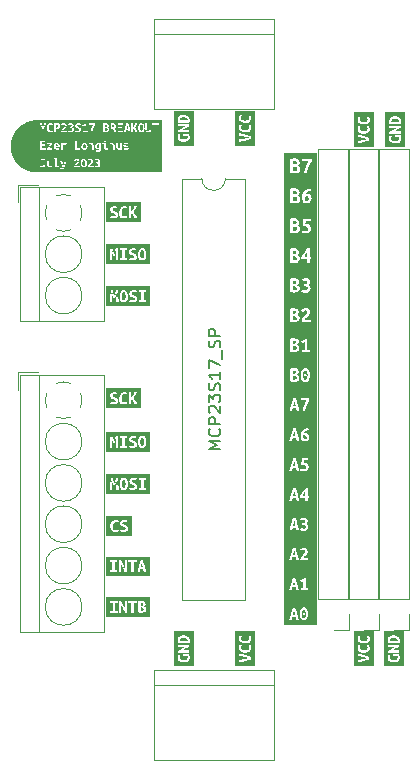
<source format=gbr>
%TF.GenerationSoftware,KiCad,Pcbnew,7.0.6*%
%TF.CreationDate,2023-07-17T12:15:40-04:00*%
%TF.ProjectId,mcp23s17_single_breakout,6d637032-3373-4313-975f-73696e676c65,rev?*%
%TF.SameCoordinates,Original*%
%TF.FileFunction,Legend,Top*%
%TF.FilePolarity,Positive*%
%FSLAX46Y46*%
G04 Gerber Fmt 4.6, Leading zero omitted, Abs format (unit mm)*
G04 Created by KiCad (PCBNEW 7.0.6) date 2023-07-17 12:15:40*
%MOMM*%
%LPD*%
G01*
G04 APERTURE LIST*
%ADD10C,0.150000*%
%ADD11C,0.120000*%
G04 APERTURE END LIST*
D10*
X180921819Y-95241428D02*
X179921819Y-95241428D01*
X179921819Y-95241428D02*
X180636104Y-94908095D01*
X180636104Y-94908095D02*
X179921819Y-94574762D01*
X179921819Y-94574762D02*
X180921819Y-94574762D01*
X180826580Y-93527143D02*
X180874200Y-93574762D01*
X180874200Y-93574762D02*
X180921819Y-93717619D01*
X180921819Y-93717619D02*
X180921819Y-93812857D01*
X180921819Y-93812857D02*
X180874200Y-93955714D01*
X180874200Y-93955714D02*
X180778961Y-94050952D01*
X180778961Y-94050952D02*
X180683723Y-94098571D01*
X180683723Y-94098571D02*
X180493247Y-94146190D01*
X180493247Y-94146190D02*
X180350390Y-94146190D01*
X180350390Y-94146190D02*
X180159914Y-94098571D01*
X180159914Y-94098571D02*
X180064676Y-94050952D01*
X180064676Y-94050952D02*
X179969438Y-93955714D01*
X179969438Y-93955714D02*
X179921819Y-93812857D01*
X179921819Y-93812857D02*
X179921819Y-93717619D01*
X179921819Y-93717619D02*
X179969438Y-93574762D01*
X179969438Y-93574762D02*
X180017057Y-93527143D01*
X180921819Y-93098571D02*
X179921819Y-93098571D01*
X179921819Y-93098571D02*
X179921819Y-92717619D01*
X179921819Y-92717619D02*
X179969438Y-92622381D01*
X179969438Y-92622381D02*
X180017057Y-92574762D01*
X180017057Y-92574762D02*
X180112295Y-92527143D01*
X180112295Y-92527143D02*
X180255152Y-92527143D01*
X180255152Y-92527143D02*
X180350390Y-92574762D01*
X180350390Y-92574762D02*
X180398009Y-92622381D01*
X180398009Y-92622381D02*
X180445628Y-92717619D01*
X180445628Y-92717619D02*
X180445628Y-93098571D01*
X180017057Y-92146190D02*
X179969438Y-92098571D01*
X179969438Y-92098571D02*
X179921819Y-92003333D01*
X179921819Y-92003333D02*
X179921819Y-91765238D01*
X179921819Y-91765238D02*
X179969438Y-91670000D01*
X179969438Y-91670000D02*
X180017057Y-91622381D01*
X180017057Y-91622381D02*
X180112295Y-91574762D01*
X180112295Y-91574762D02*
X180207533Y-91574762D01*
X180207533Y-91574762D02*
X180350390Y-91622381D01*
X180350390Y-91622381D02*
X180921819Y-92193809D01*
X180921819Y-92193809D02*
X180921819Y-91574762D01*
X179921819Y-91241428D02*
X179921819Y-90622381D01*
X179921819Y-90622381D02*
X180302771Y-90955714D01*
X180302771Y-90955714D02*
X180302771Y-90812857D01*
X180302771Y-90812857D02*
X180350390Y-90717619D01*
X180350390Y-90717619D02*
X180398009Y-90670000D01*
X180398009Y-90670000D02*
X180493247Y-90622381D01*
X180493247Y-90622381D02*
X180731342Y-90622381D01*
X180731342Y-90622381D02*
X180826580Y-90670000D01*
X180826580Y-90670000D02*
X180874200Y-90717619D01*
X180874200Y-90717619D02*
X180921819Y-90812857D01*
X180921819Y-90812857D02*
X180921819Y-91098571D01*
X180921819Y-91098571D02*
X180874200Y-91193809D01*
X180874200Y-91193809D02*
X180826580Y-91241428D01*
X180874200Y-90241428D02*
X180921819Y-90098571D01*
X180921819Y-90098571D02*
X180921819Y-89860476D01*
X180921819Y-89860476D02*
X180874200Y-89765238D01*
X180874200Y-89765238D02*
X180826580Y-89717619D01*
X180826580Y-89717619D02*
X180731342Y-89670000D01*
X180731342Y-89670000D02*
X180636104Y-89670000D01*
X180636104Y-89670000D02*
X180540866Y-89717619D01*
X180540866Y-89717619D02*
X180493247Y-89765238D01*
X180493247Y-89765238D02*
X180445628Y-89860476D01*
X180445628Y-89860476D02*
X180398009Y-90050952D01*
X180398009Y-90050952D02*
X180350390Y-90146190D01*
X180350390Y-90146190D02*
X180302771Y-90193809D01*
X180302771Y-90193809D02*
X180207533Y-90241428D01*
X180207533Y-90241428D02*
X180112295Y-90241428D01*
X180112295Y-90241428D02*
X180017057Y-90193809D01*
X180017057Y-90193809D02*
X179969438Y-90146190D01*
X179969438Y-90146190D02*
X179921819Y-90050952D01*
X179921819Y-90050952D02*
X179921819Y-89812857D01*
X179921819Y-89812857D02*
X179969438Y-89670000D01*
X180921819Y-88717619D02*
X180921819Y-89289047D01*
X180921819Y-89003333D02*
X179921819Y-89003333D01*
X179921819Y-89003333D02*
X180064676Y-89098571D01*
X180064676Y-89098571D02*
X180159914Y-89193809D01*
X180159914Y-89193809D02*
X180207533Y-89289047D01*
X179921819Y-88384285D02*
X179921819Y-87717619D01*
X179921819Y-87717619D02*
X180921819Y-88146190D01*
X181017057Y-87574762D02*
X181017057Y-86812857D01*
X180874200Y-86622380D02*
X180921819Y-86479523D01*
X180921819Y-86479523D02*
X180921819Y-86241428D01*
X180921819Y-86241428D02*
X180874200Y-86146190D01*
X180874200Y-86146190D02*
X180826580Y-86098571D01*
X180826580Y-86098571D02*
X180731342Y-86050952D01*
X180731342Y-86050952D02*
X180636104Y-86050952D01*
X180636104Y-86050952D02*
X180540866Y-86098571D01*
X180540866Y-86098571D02*
X180493247Y-86146190D01*
X180493247Y-86146190D02*
X180445628Y-86241428D01*
X180445628Y-86241428D02*
X180398009Y-86431904D01*
X180398009Y-86431904D02*
X180350390Y-86527142D01*
X180350390Y-86527142D02*
X180302771Y-86574761D01*
X180302771Y-86574761D02*
X180207533Y-86622380D01*
X180207533Y-86622380D02*
X180112295Y-86622380D01*
X180112295Y-86622380D02*
X180017057Y-86574761D01*
X180017057Y-86574761D02*
X179969438Y-86527142D01*
X179969438Y-86527142D02*
X179921819Y-86431904D01*
X179921819Y-86431904D02*
X179921819Y-86193809D01*
X179921819Y-86193809D02*
X179969438Y-86050952D01*
X180921819Y-85622380D02*
X179921819Y-85622380D01*
X179921819Y-85622380D02*
X179921819Y-85241428D01*
X179921819Y-85241428D02*
X179969438Y-85146190D01*
X179969438Y-85146190D02*
X180017057Y-85098571D01*
X180017057Y-85098571D02*
X180112295Y-85050952D01*
X180112295Y-85050952D02*
X180255152Y-85050952D01*
X180255152Y-85050952D02*
X180350390Y-85098571D01*
X180350390Y-85098571D02*
X180398009Y-85146190D01*
X180398009Y-85146190D02*
X180445628Y-85241428D01*
X180445628Y-85241428D02*
X180445628Y-85622380D01*
%TO.C,kibuzzard-64B56916*%
G36*
X189079303Y-110132943D02*
G01*
X188659277Y-110132943D01*
X188542108Y-110132943D01*
X188511730Y-110132943D01*
X188360933Y-110132943D01*
X188335814Y-110132943D01*
X187972273Y-110132943D01*
X187328758Y-110132943D01*
X186752723Y-110132943D01*
X186332697Y-110132943D01*
X186332697Y-109691521D01*
X186752723Y-109691521D01*
X186963387Y-109691521D01*
X187009470Y-109456169D01*
X187281030Y-109456169D01*
X187328758Y-109691521D01*
X187546006Y-109691521D01*
X187512010Y-109547667D01*
X187477499Y-109409058D01*
X187442474Y-109275695D01*
X187415838Y-109179672D01*
X187618422Y-109179672D01*
X187628480Y-109344254D01*
X187658653Y-109478114D01*
X187708942Y-109581252D01*
X187820034Y-109680000D01*
X187972273Y-109712917D01*
X188124511Y-109680000D01*
X188235603Y-109581252D01*
X188285892Y-109478114D01*
X188316065Y-109344254D01*
X188326123Y-109179672D01*
X188316065Y-109016096D01*
X188285892Y-108883060D01*
X188235603Y-108780562D01*
X188124511Y-108682430D01*
X187972273Y-108649719D01*
X187822092Y-108682636D01*
X187710588Y-108781385D01*
X187659385Y-108884157D01*
X187628663Y-109016919D01*
X187618422Y-109179672D01*
X187415838Y-109179672D01*
X187406935Y-109147579D01*
X187359114Y-108983272D01*
X187336083Y-108907333D01*
X187311112Y-108824999D01*
X187262926Y-108672761D01*
X187042386Y-108672761D01*
X186995755Y-108823719D01*
X186948026Y-108980346D01*
X186899200Y-109142641D01*
X186862272Y-109269832D01*
X186825550Y-109403709D01*
X186789033Y-109544272D01*
X186752723Y-109691521D01*
X186332697Y-109691521D01*
X186332697Y-107171365D01*
X186752906Y-107171365D01*
X186966182Y-107171365D01*
X187012836Y-106933096D01*
X187287763Y-106933096D01*
X187336083Y-107171365D01*
X187556024Y-107171365D01*
X187521606Y-107025727D01*
X187486667Y-106885400D01*
X187451208Y-106750384D01*
X187415228Y-106620680D01*
X187366815Y-106454335D01*
X187343591Y-106377762D01*
X187336663Y-106354918D01*
X187650998Y-106354918D01*
X187717647Y-106524872D01*
X187819286Y-106484050D01*
X187925924Y-106424899D01*
X187925924Y-107001411D01*
X187709316Y-107001411D01*
X187709316Y-107171365D01*
X188335814Y-107171365D01*
X188335814Y-107001411D01*
X188130869Y-107001411D01*
X188130869Y-106139975D01*
X187990907Y-106139975D01*
X187919260Y-106204958D01*
X187830950Y-106264942D01*
X187737642Y-106316595D01*
X187650998Y-106354918D01*
X187336663Y-106354918D01*
X187318217Y-106294101D01*
X187269434Y-106139975D01*
X187046161Y-106139975D01*
X186998951Y-106292805D01*
X186950631Y-106451373D01*
X186901200Y-106615681D01*
X186863814Y-106744448D01*
X186826636Y-106879985D01*
X186789667Y-107022290D01*
X186752906Y-107171365D01*
X186332697Y-107171365D01*
X186332697Y-104651209D01*
X186753094Y-104651209D01*
X186969048Y-104651209D01*
X187016287Y-104409949D01*
X187294664Y-104409949D01*
X187343591Y-104651209D01*
X187566293Y-104651209D01*
X187531443Y-104503743D01*
X187496066Y-104361654D01*
X187460162Y-104224944D01*
X187423730Y-104093611D01*
X187386982Y-103966707D01*
X187351291Y-103847173D01*
X187350129Y-103843282D01*
X187313170Y-103723338D01*
X187312616Y-103721598D01*
X187654024Y-103721598D01*
X187756939Y-103866691D01*
X187863229Y-103787396D01*
X187966144Y-103763776D01*
X188063998Y-103798363D01*
X188102802Y-103897060D01*
X188071590Y-103986478D01*
X187992294Y-104077583D01*
X187889379Y-104176281D01*
X187786464Y-104287631D01*
X187707169Y-104418384D01*
X187675957Y-104573601D01*
X187675113Y-104609030D01*
X187679331Y-104651209D01*
X188360933Y-104651209D01*
X188360933Y-104479121D01*
X187912155Y-104479121D01*
X187929870Y-104423446D01*
X187972892Y-104363552D01*
X188026881Y-104306190D01*
X188077495Y-104258106D01*
X188163538Y-104173750D01*
X188239459Y-104082645D01*
X188293448Y-103985634D01*
X188313693Y-103881876D01*
X188286699Y-103751123D01*
X188214152Y-103657487D01*
X188109550Y-103601811D01*
X187986389Y-103583253D01*
X187956128Y-103586156D01*
X187898447Y-103591689D01*
X187810084Y-103616996D01*
X187726782Y-103660018D01*
X187654024Y-103721598D01*
X187312616Y-103721598D01*
X187276106Y-103606873D01*
X187050030Y-103606873D01*
X187002228Y-103761620D01*
X186953301Y-103922179D01*
X186903249Y-104088550D01*
X186865394Y-104218933D01*
X186827750Y-104356171D01*
X186790317Y-104500263D01*
X186753094Y-104651209D01*
X186332697Y-104651209D01*
X186332697Y-102131052D01*
X186753287Y-102131052D01*
X186971986Y-102131052D01*
X187019826Y-101886725D01*
X187301742Y-101886725D01*
X187351291Y-102131052D01*
X187576823Y-102131052D01*
X187568344Y-102095172D01*
X187662252Y-102095172D01*
X187715218Y-102113967D01*
X187789542Y-102132761D01*
X187873262Y-102147284D01*
X187956128Y-102153264D01*
X188054799Y-102147070D01*
X188138946Y-102128490D01*
X188265381Y-102058438D01*
X188338850Y-101951651D01*
X188362770Y-101816674D01*
X188351451Y-101730817D01*
X188317493Y-101657776D01*
X188263032Y-101599257D01*
X188190204Y-101556969D01*
X188285884Y-101468123D01*
X188321764Y-101346814D01*
X188309276Y-101275008D01*
X188301261Y-101228922D01*
X188238044Y-101134096D01*
X188129549Y-101071733D01*
X187974923Y-101049521D01*
X187884154Y-101057423D01*
X187803210Y-101081130D01*
X187681047Y-101143493D01*
X187756224Y-101297265D01*
X187857885Y-101248571D01*
X187976631Y-101228922D01*
X188073166Y-101262239D01*
X188108192Y-101353648D01*
X188091960Y-101418574D01*
X188050100Y-101459580D01*
X187992008Y-101481792D01*
X187927082Y-101488626D01*
X187848488Y-101488626D01*
X187848488Y-101662901D01*
X187913414Y-101662901D01*
X188006958Y-101671231D01*
X188082563Y-101696219D01*
X188149198Y-101813256D01*
X188105629Y-101927731D01*
X188046042Y-101962330D01*
X187954420Y-101973863D01*
X187804919Y-101955069D01*
X187703258Y-101919188D01*
X187662252Y-102095172D01*
X187568344Y-102095172D01*
X187541530Y-101981712D01*
X187505704Y-101837817D01*
X187469343Y-101699369D01*
X187432448Y-101566367D01*
X187395233Y-101437849D01*
X187359188Y-101317132D01*
X187357911Y-101312856D01*
X187320483Y-101191387D01*
X187282947Y-101073441D01*
X187053998Y-101073441D01*
X187017797Y-101190425D01*
X186980956Y-101310720D01*
X186943474Y-101434325D01*
X186905351Y-101561241D01*
X186867015Y-101693282D01*
X186828892Y-101832264D01*
X186790983Y-101978188D01*
X186753287Y-102131052D01*
X186332697Y-102131052D01*
X186332697Y-99610896D01*
X186753485Y-99610896D01*
X186975000Y-99610896D01*
X187023456Y-99363423D01*
X187309001Y-99363423D01*
X187359188Y-99610896D01*
X187587625Y-99610896D01*
X187551877Y-99459633D01*
X187526630Y-99358232D01*
X187649926Y-99358232D01*
X188096415Y-99358232D01*
X188096415Y-99610896D01*
X188309276Y-99610896D01*
X188309276Y-99358232D01*
X188425225Y-99358232D01*
X188425225Y-99183443D01*
X188309276Y-99183443D01*
X188309276Y-98539668D01*
X188118913Y-98539668D01*
X188049689Y-98613433D01*
X187980466Y-98696285D01*
X187968623Y-98711734D01*
X187912974Y-98784328D01*
X187848942Y-98873669D01*
X187789237Y-98962578D01*
X187734724Y-99049323D01*
X187687566Y-99130444D01*
X187649926Y-99202479D01*
X187649926Y-99358232D01*
X187526630Y-99358232D01*
X187515589Y-99313886D01*
X187478760Y-99173654D01*
X187441391Y-99038940D01*
X187403697Y-98908768D01*
X187367292Y-98786846D01*
X187365894Y-98782165D01*
X187327984Y-98659132D01*
X187289965Y-98539668D01*
X187058067Y-98539668D01*
X187021401Y-98658158D01*
X186984085Y-98780002D01*
X186946121Y-98905198D01*
X186907507Y-99033748D01*
X186868677Y-99167489D01*
X186830064Y-99308261D01*
X186791666Y-99456063D01*
X186753485Y-99610896D01*
X186332697Y-99610896D01*
X186332697Y-97090740D01*
X186753689Y-97090740D01*
X186978092Y-97090740D01*
X187027180Y-96840039D01*
X187316450Y-96840039D01*
X187367292Y-97090740D01*
X187598708Y-97090740D01*
X187590836Y-97057430D01*
X187675847Y-97057430D01*
X187725812Y-97076715D01*
X187798567Y-97095123D01*
X187882719Y-97108271D01*
X187968623Y-97113531D01*
X188068991Y-97106957D01*
X188156210Y-97087234D01*
X188291203Y-97013601D01*
X188371848Y-96902276D01*
X188398145Y-96762900D01*
X188371410Y-96616512D01*
X188291203Y-96506940D01*
X188207636Y-96454735D01*
X188099525Y-96419672D01*
X187966870Y-96401751D01*
X187975636Y-96301821D01*
X187984401Y-96184360D01*
X188357823Y-96184360D01*
X188357823Y-96005539D01*
X188086138Y-96005539D01*
X187803827Y-96005539D01*
X187797252Y-96139436D01*
X187788048Y-96278154D01*
X187775776Y-96420817D01*
X187759998Y-96566547D01*
X187880527Y-96570273D01*
X187975636Y-96581449D01*
X188102739Y-96623525D01*
X188162346Y-96688392D01*
X188177248Y-96771666D01*
X188168482Y-96829520D01*
X188136049Y-96879485D01*
X188071182Y-96915425D01*
X187966870Y-96929450D01*
X187817852Y-96913672D01*
X187719675Y-96878609D01*
X187675847Y-97057430D01*
X187590836Y-97057430D01*
X187562494Y-96937503D01*
X187525733Y-96789855D01*
X187488424Y-96647795D01*
X187450567Y-96511323D01*
X187412381Y-96379453D01*
X187375610Y-96256304D01*
X187374085Y-96251199D01*
X187335680Y-96126561D01*
X187297166Y-96005539D01*
X187062243Y-96005539D01*
X187025099Y-96125575D01*
X186987296Y-96249008D01*
X186948836Y-96375837D01*
X186909719Y-96506064D01*
X186870383Y-96641549D01*
X186831266Y-96784157D01*
X186792368Y-96933888D01*
X186753689Y-97090740D01*
X186332697Y-97090740D01*
X186332697Y-94570584D01*
X186753897Y-94570584D01*
X186981266Y-94570584D01*
X187031003Y-94316570D01*
X187324096Y-94316570D01*
X187375610Y-94570584D01*
X187610084Y-94570584D01*
X187573392Y-94415322D01*
X187536145Y-94265723D01*
X187498342Y-94121785D01*
X187498173Y-94121174D01*
X187707782Y-94121174D01*
X187718538Y-94269102D01*
X187750808Y-94388412D01*
X187804591Y-94479103D01*
X187923383Y-94565033D01*
X188086138Y-94593676D01*
X188242455Y-94559038D01*
X188350810Y-94469333D01*
X188413870Y-94348543D01*
X188434297Y-94218872D01*
X188415646Y-94083872D01*
X188354363Y-93971963D01*
X188245119Y-93895581D01*
X188171180Y-93874266D01*
X188082586Y-93867160D01*
X188025743Y-93875154D01*
X187960020Y-93897358D01*
X188021303Y-93781897D01*
X188119888Y-93706403D01*
X188244231Y-93664660D01*
X188382784Y-93650449D01*
X188370350Y-93463935D01*
X188227800Y-93474593D01*
X188098573Y-93506567D01*
X187984888Y-93559413D01*
X187888967Y-93632686D01*
X187875581Y-93648888D01*
X187811919Y-93725943D01*
X187754854Y-93838739D01*
X187719550Y-93970631D01*
X187707782Y-94121174D01*
X187498173Y-94121174D01*
X187459985Y-93983509D01*
X187421294Y-93849897D01*
X187384150Y-93725498D01*
X187382493Y-93719948D01*
X187343580Y-93593662D01*
X187304557Y-93471041D01*
X187066530Y-93471041D01*
X187028894Y-93592663D01*
X186990592Y-93717727D01*
X186951624Y-93846233D01*
X186911990Y-93978180D01*
X186872134Y-94115457D01*
X186832499Y-94259949D01*
X186793087Y-94411658D01*
X186753897Y-94570584D01*
X186332697Y-94570584D01*
X186332697Y-92050427D01*
X186754111Y-92050427D01*
X186984526Y-92050427D01*
X187034929Y-91793011D01*
X187331947Y-91793011D01*
X187384150Y-92050427D01*
X187621765Y-92050427D01*
X187584582Y-91893086D01*
X187546835Y-91741483D01*
X187508527Y-91595618D01*
X187469656Y-91455491D01*
X187430447Y-91320088D01*
X187391126Y-91188399D01*
X187369979Y-91119770D01*
X187726172Y-91119770D01*
X188194201Y-91119770D01*
X188144247Y-91208650D01*
X188091594Y-91313282D01*
X188039616Y-91429164D01*
X187991688Y-91551797D01*
X187949160Y-91678479D01*
X187913383Y-91806512D01*
X187887732Y-91931845D01*
X187875581Y-92050427D01*
X188100595Y-92050427D01*
X188117021Y-91906194D01*
X188148298Y-91761510D01*
X188190150Y-91620876D01*
X188238303Y-91488793D01*
X188291182Y-91367735D01*
X188347210Y-91260178D01*
X188402563Y-91170623D01*
X188453417Y-91103569D01*
X188453417Y-90936158D01*
X188106321Y-90936158D01*
X187726172Y-90936158D01*
X187726172Y-91119770D01*
X187369979Y-91119770D01*
X187351692Y-91060422D01*
X187312146Y-90936158D01*
X187150258Y-90936158D01*
X187070931Y-90936158D01*
X187032791Y-91059410D01*
X186993976Y-91186149D01*
X186954486Y-91316376D01*
X186914321Y-91450090D01*
X186873931Y-91589205D01*
X186833766Y-91735633D01*
X186793826Y-91889374D01*
X186754111Y-92050427D01*
X186332697Y-92050427D01*
X186332697Y-89512026D01*
X186836436Y-89512026D01*
X186995171Y-89536657D01*
X187150258Y-89544868D01*
X187240345Y-89540534D01*
X187324502Y-89527534D01*
X187464992Y-89469149D01*
X187558957Y-89359676D01*
X187584956Y-89282817D01*
X187593623Y-89189081D01*
X187552571Y-89039468D01*
X187493045Y-88975609D01*
X187468033Y-88962837D01*
X187714043Y-88962837D01*
X187725193Y-89145292D01*
X187758643Y-89293688D01*
X187814393Y-89408027D01*
X187891430Y-89489118D01*
X187988739Y-89537772D01*
X188106321Y-89553990D01*
X188223903Y-89537772D01*
X188321212Y-89489118D01*
X188398248Y-89408027D01*
X188453999Y-89293688D01*
X188487449Y-89145292D01*
X188498599Y-88962837D01*
X188487449Y-88781497D01*
X188453999Y-88634013D01*
X188398248Y-88520384D01*
X188321212Y-88439800D01*
X188223903Y-88391449D01*
X188106321Y-88375333D01*
X187990563Y-88391551D01*
X187893862Y-88440205D01*
X187816218Y-88521296D01*
X187759454Y-88635229D01*
X187725396Y-88782409D01*
X187714043Y-88962837D01*
X187468033Y-88962837D01*
X187396572Y-88926346D01*
X187501483Y-88827820D01*
X187540711Y-88685506D01*
X187524290Y-88579682D01*
X187462256Y-88483893D01*
X187336362Y-88414560D01*
X187244222Y-88394718D01*
X187155933Y-88389678D01*
X187128363Y-88388104D01*
X186976926Y-88396315D01*
X186836436Y-88415473D01*
X186836436Y-89512026D01*
X186332697Y-89512026D01*
X186332697Y-86991618D01*
X186837792Y-86991618D01*
X186998712Y-87016589D01*
X187155933Y-87024912D01*
X187247259Y-87020519D01*
X187332575Y-87007340D01*
X187474998Y-86948151D01*
X187570255Y-86837172D01*
X187596613Y-86759255D01*
X187605399Y-86664229D01*
X187563782Y-86512557D01*
X187503437Y-86447820D01*
X187405636Y-86397879D01*
X187511991Y-86297997D01*
X187551759Y-86153724D01*
X187544010Y-86103784D01*
X187751522Y-86103784D01*
X187825508Y-86292448D01*
X187938337Y-86247132D01*
X188056715Y-86181469D01*
X188056715Y-86821450D01*
X187816260Y-86821450D01*
X187816260Y-87010115D01*
X188511730Y-87010115D01*
X188511730Y-86821450D01*
X188284223Y-86821450D01*
X188284223Y-85865178D01*
X188128852Y-85865178D01*
X188049316Y-85937314D01*
X187951285Y-86003902D01*
X187847704Y-86061241D01*
X187751522Y-86103784D01*
X187544010Y-86103784D01*
X187535112Y-86046444D01*
X187472224Y-85949337D01*
X187344597Y-85879050D01*
X187251190Y-85858935D01*
X187161765Y-85853830D01*
X187133737Y-85852230D01*
X186980215Y-85860554D01*
X186837792Y-85879975D01*
X186837792Y-86991618D01*
X186332697Y-86991618D01*
X186332697Y-84471204D01*
X186839185Y-84471204D01*
X187002351Y-84496523D01*
X187161765Y-84504962D01*
X187254366Y-84500508D01*
X187340872Y-84487145D01*
X187485283Y-84427131D01*
X187581870Y-84314603D01*
X187608595Y-84235599D01*
X187617503Y-84139247D01*
X187575305Y-83985459D01*
X187514118Y-83919817D01*
X187414953Y-83869180D01*
X187522792Y-83767905D01*
X187563115Y-83621618D01*
X187546236Y-83512841D01*
X187509798Y-83456577D01*
X187756288Y-83456577D01*
X187870691Y-83617867D01*
X187988845Y-83529721D01*
X188103249Y-83503464D01*
X188212026Y-83541911D01*
X188255162Y-83651626D01*
X188220465Y-83751025D01*
X188132319Y-83852301D01*
X188017915Y-83962015D01*
X187958838Y-84021561D01*
X187903512Y-84085796D01*
X187854750Y-84155423D01*
X187815365Y-84231145D01*
X187789343Y-84313665D01*
X187780669Y-84403687D01*
X187779731Y-84443072D01*
X187784420Y-84489959D01*
X188542108Y-84489959D01*
X188542108Y-84298661D01*
X188043234Y-84298661D01*
X188062926Y-84236771D01*
X188110751Y-84170192D01*
X188170766Y-84106426D01*
X188227030Y-84052975D01*
X188322678Y-83959202D01*
X188407074Y-83857927D01*
X188467089Y-83750088D01*
X188489595Y-83634747D01*
X188459587Y-83489398D01*
X188378942Y-83385310D01*
X188262663Y-83323419D01*
X188125754Y-83302789D01*
X188094040Y-83305831D01*
X188027996Y-83312167D01*
X187929768Y-83340299D01*
X187837167Y-83388123D01*
X187756288Y-83456577D01*
X187509798Y-83456577D01*
X187482470Y-83414379D01*
X187353063Y-83343112D01*
X187258352Y-83322716D01*
X187167763Y-83317545D01*
X187139260Y-83315918D01*
X186983596Y-83324357D01*
X186839185Y-83344050D01*
X186839185Y-84471204D01*
X186332697Y-84471204D01*
X186332697Y-81950782D01*
X186840619Y-81950782D01*
X187006093Y-81976459D01*
X187167763Y-81985018D01*
X187261675Y-81980501D01*
X187349405Y-81966949D01*
X187438650Y-81929860D01*
X187766895Y-81929860D01*
X187825857Y-81950782D01*
X187908594Y-81971704D01*
X188001792Y-81987871D01*
X188094040Y-81994529D01*
X188203880Y-81987634D01*
X188297554Y-81966949D01*
X188438302Y-81888967D01*
X188520089Y-81770092D01*
X188546717Y-81619834D01*
X188534116Y-81524258D01*
X188496314Y-81442947D01*
X188435687Y-81377803D01*
X188354614Y-81330729D01*
X188461127Y-81231825D01*
X188501069Y-81096782D01*
X188489720Y-81031529D01*
X188478245Y-80965544D01*
X188407870Y-80859983D01*
X188287093Y-80790560D01*
X188207447Y-80772015D01*
X188114962Y-80765833D01*
X188013918Y-80774630D01*
X187923810Y-80801021D01*
X187787817Y-80870444D01*
X187871505Y-81041624D01*
X187984674Y-80987417D01*
X188116864Y-80965544D01*
X188224327Y-81002633D01*
X188263318Y-81104390D01*
X188245249Y-81176666D01*
X188198650Y-81222315D01*
X188133982Y-81247041D01*
X188061706Y-81254649D01*
X187974213Y-81254649D01*
X187974213Y-81448653D01*
X188046490Y-81448653D01*
X188150624Y-81457925D01*
X188234788Y-81485742D01*
X188290422Y-81536859D01*
X188308966Y-81616030D01*
X188260465Y-81743464D01*
X188194133Y-81781979D01*
X188092138Y-81794818D01*
X188002030Y-81789587D01*
X187925712Y-81773896D01*
X187812543Y-81733954D01*
X187766895Y-81929860D01*
X187438650Y-81929860D01*
X187495859Y-81906085D01*
X187593812Y-81791965D01*
X187620916Y-81711843D01*
X187629950Y-81614128D01*
X187587155Y-81458163D01*
X187525102Y-81391593D01*
X187424534Y-81340239D01*
X187533899Y-81237531D01*
X187574792Y-81089174D01*
X187557674Y-80978858D01*
X187493006Y-80879003D01*
X187361768Y-80806727D01*
X187265717Y-80786042D01*
X187173933Y-80780803D01*
X187144939Y-80779147D01*
X186987073Y-80787707D01*
X186840619Y-80807678D01*
X186840619Y-81950782D01*
X186332697Y-81950782D01*
X186332697Y-79430353D01*
X186842093Y-79430353D01*
X186925535Y-79445546D01*
X187009942Y-79456399D01*
X187173933Y-79465081D01*
X187269193Y-79460499D01*
X187358182Y-79446752D01*
X187506739Y-79385014D01*
X187606098Y-79269256D01*
X187633591Y-79187984D01*
X187635442Y-79167967D01*
X187754655Y-79167967D01*
X188252416Y-79167967D01*
X188252416Y-79449646D01*
X188489720Y-79449646D01*
X188489720Y-79167967D01*
X188618984Y-79167967D01*
X188618984Y-78973108D01*
X188489720Y-78973108D01*
X188489720Y-78255406D01*
X188277497Y-78255406D01*
X188200324Y-78337642D01*
X188123152Y-78430008D01*
X188112007Y-78444546D01*
X188047909Y-78528161D01*
X187976525Y-78627762D01*
X187909964Y-78726880D01*
X187849191Y-78823586D01*
X187796617Y-78914023D01*
X187754655Y-78994330D01*
X187754655Y-79167967D01*
X187635442Y-79167967D01*
X187642755Y-79088866D01*
X187631903Y-79007835D01*
X187599345Y-78930663D01*
X187536402Y-78863137D01*
X187434390Y-78811046D01*
X187545325Y-78706863D01*
X187586805Y-78556377D01*
X187569441Y-78444478D01*
X187503845Y-78343189D01*
X187370723Y-78269875D01*
X187273293Y-78248894D01*
X187180283Y-78243585D01*
X187150782Y-78241901D01*
X186990649Y-78250582D01*
X186842093Y-78270840D01*
X186842093Y-79430353D01*
X186332697Y-79430353D01*
X186332697Y-76909916D01*
X186843610Y-76909916D01*
X186928268Y-76925330D01*
X187013904Y-76936341D01*
X187180283Y-76945149D01*
X187276930Y-76940500D01*
X187367215Y-76926554D01*
X187449641Y-76892299D01*
X187785121Y-76892299D01*
X187840907Y-76913831D01*
X187922139Y-76934383D01*
X188016094Y-76949064D01*
X188112007Y-76954936D01*
X188224068Y-76947596D01*
X188321449Y-76925575D01*
X188404149Y-76890342D01*
X188472169Y-76843364D01*
X188562210Y-76719069D01*
X188591571Y-76563456D01*
X188578304Y-76449926D01*
X188538503Y-76354666D01*
X188472169Y-76277675D01*
X188378866Y-76219388D01*
X188258160Y-76180240D01*
X188110050Y-76160231D01*
X188119837Y-76048659D01*
X188129624Y-75917513D01*
X188546551Y-75917513D01*
X188546551Y-75717858D01*
X188245535Y-75717858D01*
X187928011Y-75717858D01*
X187920671Y-75867354D01*
X187910395Y-76022234D01*
X187896693Y-76181517D01*
X187879076Y-76344226D01*
X188013648Y-76348386D01*
X188119837Y-76360864D01*
X188261748Y-76407842D01*
X188328300Y-76480266D01*
X188344938Y-76573243D01*
X188335151Y-76637837D01*
X188298939Y-76693623D01*
X188226515Y-76733750D01*
X188110050Y-76749409D01*
X188018541Y-76745005D01*
X187943670Y-76731792D01*
X187834056Y-76692644D01*
X187785121Y-76892299D01*
X187449641Y-76892299D01*
X187517935Y-76863917D01*
X187618742Y-76746473D01*
X187646635Y-76664017D01*
X187655932Y-76563456D01*
X187644922Y-76481245D01*
X187611891Y-76402949D01*
X187548030Y-76334439D01*
X187444533Y-76281590D01*
X187557083Y-76175890D01*
X187599168Y-76023212D01*
X187581551Y-75909683D01*
X187514999Y-75806919D01*
X187379938Y-75732538D01*
X187281090Y-75711251D01*
X187186821Y-75705870D01*
X187156794Y-75704156D01*
X186994330Y-75712964D01*
X186843610Y-75733517D01*
X186843610Y-76909916D01*
X186332697Y-76909916D01*
X186332697Y-74389470D01*
X186845172Y-74389470D01*
X186931081Y-74405113D01*
X187017983Y-74416286D01*
X187103892Y-74422990D01*
X187186821Y-74425224D01*
X187284896Y-74420507D01*
X187376515Y-74406354D01*
X187458948Y-74381028D01*
X187529463Y-74342792D01*
X187631759Y-74223612D01*
X187660064Y-74139938D01*
X187669499Y-74037890D01*
X187658326Y-73954464D01*
X187638215Y-73906792D01*
X187822446Y-73906792D01*
X187834475Y-74072209D01*
X187870560Y-74205625D01*
X187930701Y-74307038D01*
X188013796Y-74378215D01*
X188118741Y-74420921D01*
X188245535Y-74435156D01*
X188339885Y-74425473D01*
X188420332Y-74396423D01*
X188541498Y-74296113D01*
X188612013Y-74161042D01*
X188634855Y-74016040D01*
X188613999Y-73865079D01*
X188545471Y-73739940D01*
X188423311Y-73654528D01*
X188340630Y-73630692D01*
X188241562Y-73622747D01*
X188178000Y-73631685D01*
X188104505Y-73656515D01*
X188173034Y-73527403D01*
X188283275Y-73442984D01*
X188422318Y-73396305D01*
X188577252Y-73380415D01*
X188563348Y-73171850D01*
X188403945Y-73183768D01*
X188259439Y-73219522D01*
X188132314Y-73278615D01*
X188025052Y-73360551D01*
X188012101Y-73376227D01*
X187938895Y-73464834D01*
X187875084Y-73590966D01*
X187835606Y-73738451D01*
X187822446Y-73906792D01*
X187638215Y-73906792D01*
X187624807Y-73875011D01*
X187560003Y-73805489D01*
X187454975Y-73751858D01*
X187569189Y-73644597D01*
X187611895Y-73489663D01*
X187594019Y-73374456D01*
X187526483Y-73270173D01*
X187389427Y-73194693D01*
X187289117Y-73173092D01*
X187193555Y-73167636D01*
X187162985Y-73165891D01*
X186998120Y-73174830D01*
X186845172Y-73195686D01*
X186845172Y-74389470D01*
X186332697Y-74389470D01*
X186332697Y-71869016D01*
X186846781Y-71869016D01*
X186933978Y-71884893D01*
X187022184Y-71896234D01*
X187109381Y-71903038D01*
X187193555Y-71905306D01*
X187293101Y-71900518D01*
X187386094Y-71886153D01*
X187469764Y-71860448D01*
X187541336Y-71821637D01*
X187645167Y-71700670D01*
X187673896Y-71615740D01*
X187683473Y-71512162D01*
X187672132Y-71427485D01*
X187638110Y-71346840D01*
X187572334Y-71276275D01*
X187465731Y-71221840D01*
X187581659Y-71112969D01*
X187614169Y-71039381D01*
X187625005Y-70955712D01*
X187606860Y-70838776D01*
X187538312Y-70732930D01*
X187399199Y-70656317D01*
X187328981Y-70641196D01*
X187844763Y-70641196D01*
X187844763Y-70846841D01*
X188368955Y-70846841D01*
X188313008Y-70946387D01*
X188254036Y-71063574D01*
X188195821Y-71193362D01*
X188142141Y-71330711D01*
X188094510Y-71472596D01*
X188054440Y-71615993D01*
X188025710Y-71756365D01*
X188012101Y-71889177D01*
X188264117Y-71889177D01*
X188282514Y-71727635D01*
X188317544Y-71565589D01*
X188364419Y-71408080D01*
X188418350Y-71260146D01*
X188477574Y-71124562D01*
X188540326Y-71004099D01*
X188602322Y-70903796D01*
X188659277Y-70828696D01*
X188659277Y-70641196D01*
X187844763Y-70641196D01*
X187328981Y-70641196D01*
X187297385Y-70634392D01*
X187169361Y-70627083D01*
X187002023Y-70636156D01*
X186846781Y-70657325D01*
X186846781Y-71869016D01*
X186332697Y-71869016D01*
X186332697Y-70207057D01*
X186752723Y-70207057D01*
X188659277Y-70207057D01*
X189079303Y-70207057D01*
X189079303Y-110132943D01*
G37*
G36*
X188188197Y-88592226D02*
G01*
X188247723Y-88668172D01*
X188283986Y-88792470D01*
X188296074Y-88962837D01*
X188283986Y-89134572D01*
X188247723Y-89259326D01*
X188188197Y-89335273D01*
X188108145Y-89360024D01*
X188106321Y-89360588D01*
X188025585Y-89335273D01*
X187965831Y-89259326D01*
X187928884Y-89134572D01*
X187916568Y-88962837D01*
X187917887Y-88944591D01*
X188005971Y-88944591D01*
X188033339Y-89029433D01*
X188108145Y-89065012D01*
X188180215Y-89029433D01*
X188208496Y-88944591D01*
X188180215Y-88858838D01*
X188108145Y-88822347D01*
X188033339Y-88858838D01*
X188005971Y-88944591D01*
X187917887Y-88944591D01*
X187928884Y-88792470D01*
X187965831Y-88668172D01*
X188025585Y-88592226D01*
X188106321Y-88566910D01*
X188188197Y-88592226D01*
G37*
G36*
X188046129Y-108845366D02*
G01*
X188099823Y-108913873D01*
X188132534Y-109025994D01*
X188143437Y-109179672D01*
X188132534Y-109334585D01*
X188099823Y-109447117D01*
X188046129Y-109515625D01*
X187973918Y-109537951D01*
X187972273Y-109538460D01*
X187899445Y-109515625D01*
X187845545Y-109447117D01*
X187812217Y-109334585D01*
X187801108Y-109179672D01*
X187802298Y-109163214D01*
X187881753Y-109163214D01*
X187906440Y-109239745D01*
X187973918Y-109271838D01*
X188038928Y-109239745D01*
X188064438Y-109163214D01*
X188038928Y-109085861D01*
X187973918Y-109052944D01*
X187906440Y-109085861D01*
X187881753Y-109163214D01*
X187802298Y-109163214D01*
X187812217Y-109025994D01*
X187845545Y-108913873D01*
X187899445Y-108845366D01*
X187972273Y-108822530D01*
X188046129Y-108845366D01*
G37*
G36*
X188297676Y-73838016D02*
G01*
X188354783Y-73876004D01*
X188396496Y-74020013D01*
X188387557Y-74089535D01*
X188359749Y-74155083D01*
X188311084Y-74204742D01*
X188239576Y-74224605D01*
X188153170Y-74199776D01*
X188098546Y-74133234D01*
X188070738Y-74038883D01*
X188062792Y-73928642D01*
X188063786Y-73890902D01*
X188066765Y-73855148D01*
X188132314Y-73833298D01*
X188209781Y-73825353D01*
X188297676Y-73838016D01*
G37*
G36*
X187219440Y-91271879D02*
G01*
X187248242Y-91383486D01*
X187272543Y-91494193D01*
X187294145Y-91609400D01*
X187076331Y-91609400D01*
X187098833Y-91494193D01*
X187124034Y-91383486D01*
X187152836Y-91271879D01*
X187186138Y-91152172D01*
X187219440Y-91271879D01*
G37*
G36*
X188252416Y-78973108D02*
G01*
X187982313Y-78973108D01*
X188040192Y-78863137D01*
X188108682Y-78752202D01*
X188181031Y-78647055D01*
X188252416Y-78552519D01*
X188252416Y-78973108D01*
G37*
G36*
X187213076Y-93802325D02*
G01*
X187241497Y-93912457D01*
X187265478Y-94021700D01*
X187286794Y-94135385D01*
X187071859Y-94135385D01*
X187094063Y-94021700D01*
X187118931Y-93912457D01*
X187147352Y-93802325D01*
X187180214Y-93684199D01*
X187213076Y-93802325D01*
G37*
G36*
X187206878Y-96332502D02*
G01*
X187234929Y-96441197D01*
X187258596Y-96549016D01*
X187279634Y-96661218D01*
X187067503Y-96661218D01*
X187089417Y-96549016D01*
X187113961Y-96441197D01*
X187142012Y-96332502D01*
X187174445Y-96215917D01*
X187206878Y-96332502D01*
G37*
G36*
X187382062Y-71382122D02*
G01*
X187439522Y-71512162D01*
X187419361Y-71601880D01*
X187367949Y-71656315D01*
X187296377Y-71682525D01*
X187213716Y-71689581D01*
X187152224Y-71687565D01*
X187094764Y-71681517D01*
X187094764Y-71342808D01*
X187227829Y-71342808D01*
X187382062Y-71382122D01*
G37*
G36*
X187200840Y-98862421D02*
G01*
X187228530Y-98969717D01*
X187251892Y-99076147D01*
X187272659Y-99186904D01*
X187063259Y-99186904D01*
X187084891Y-99076147D01*
X187109120Y-98969717D01*
X187136809Y-98862421D01*
X187168825Y-98747337D01*
X187200840Y-98862421D01*
G37*
G36*
X187372543Y-73909772D02*
G01*
X187429153Y-74037890D01*
X187409290Y-74126282D01*
X187358638Y-74179913D01*
X187288124Y-74205735D01*
X187206684Y-74212687D01*
X187146101Y-74210701D01*
X187089491Y-74204742D01*
X187089491Y-73871038D01*
X187220588Y-73871038D01*
X187372543Y-73909772D01*
G37*
G36*
X187194956Y-101392091D02*
G01*
X187222293Y-101498023D01*
X187245359Y-101603101D01*
X187265862Y-101712450D01*
X187059123Y-101712450D01*
X187080481Y-101603101D01*
X187104401Y-101498023D01*
X187131738Y-101392091D01*
X187163347Y-101278471D01*
X187194956Y-101392091D01*
G37*
G36*
X187363300Y-76437203D02*
G01*
X187419086Y-76563456D01*
X187399512Y-76650560D01*
X187349599Y-76703410D01*
X187280111Y-76728856D01*
X187199857Y-76735707D01*
X187140157Y-76733750D01*
X187084371Y-76727877D01*
X187084371Y-76399034D01*
X187213559Y-76399034D01*
X187363300Y-76437203D01*
G37*
G36*
X187189219Y-103921523D02*
G01*
X187216213Y-104026126D01*
X187238989Y-104129884D01*
X187259235Y-104237861D01*
X187055091Y-104237861D01*
X187076181Y-104129884D01*
X187099800Y-104026126D01*
X187126795Y-103921523D01*
X187158007Y-103809329D01*
X187189219Y-103921523D01*
G37*
G36*
X187183624Y-106450725D02*
G01*
X187210283Y-106554031D01*
X187232777Y-106656503D01*
X187252772Y-106763141D01*
X187051159Y-106763141D01*
X187071987Y-106656503D01*
X187095314Y-106554031D01*
X187121974Y-106450725D01*
X187152799Y-106339922D01*
X187183624Y-106450725D01*
G37*
G36*
X187354324Y-78964426D02*
G01*
X187409309Y-79088866D01*
X187390016Y-79174720D01*
X187340818Y-79226811D01*
X187272328Y-79251892D01*
X187193227Y-79258645D01*
X187134383Y-79256716D01*
X187079397Y-79250928D01*
X187079397Y-78926804D01*
X187206732Y-78926804D01*
X187354324Y-78964426D01*
G37*
G36*
X188183836Y-94093641D02*
G01*
X188221139Y-94222425D01*
X188213145Y-94284596D01*
X188188277Y-94343215D01*
X188144757Y-94387623D01*
X188080809Y-94405386D01*
X188003539Y-94383182D01*
X187954691Y-94323675D01*
X187929822Y-94239300D01*
X187922717Y-94140714D01*
X187923605Y-94106964D01*
X187926269Y-94074990D01*
X187984888Y-94055450D01*
X188054165Y-94048345D01*
X188183836Y-94093641D01*
G37*
G36*
X187178166Y-108979706D02*
G01*
X187204499Y-109081746D01*
X187226718Y-109182964D01*
X187246468Y-109288296D01*
X187047324Y-109288296D01*
X187067896Y-109182964D01*
X187090938Y-109081746D01*
X187117271Y-108979706D01*
X187147719Y-108870259D01*
X187178166Y-108979706D01*
G37*
G36*
X187345601Y-81491448D02*
G01*
X187399808Y-81614128D01*
X187380788Y-81698767D01*
X187332287Y-81750121D01*
X187264766Y-81774847D01*
X187186783Y-81781504D01*
X187128772Y-81779602D01*
X187074565Y-81773896D01*
X187074565Y-81454359D01*
X187200097Y-81454359D01*
X187345601Y-81491448D01*
G37*
G36*
X187337121Y-84018279D02*
G01*
X187390572Y-84139247D01*
X187371817Y-84222705D01*
X187323993Y-84273342D01*
X187257414Y-84297724D01*
X187180520Y-84304288D01*
X187123318Y-84302412D01*
X187069868Y-84296786D01*
X187069868Y-83981708D01*
X187193648Y-83981708D01*
X187337121Y-84018279D01*
G37*
G36*
X187328875Y-86544926D02*
G01*
X187381591Y-86664229D01*
X187363094Y-86746539D01*
X187315928Y-86796480D01*
X187250265Y-86820525D01*
X187174429Y-86826999D01*
X187118015Y-86825149D01*
X187065299Y-86819600D01*
X187065299Y-86508858D01*
X187187377Y-86508858D01*
X187328875Y-86544926D01*
G37*
G36*
X188096415Y-99183443D02*
G01*
X187854134Y-99183443D01*
X187906051Y-99084800D01*
X187967487Y-98985292D01*
X188032384Y-98890975D01*
X188096415Y-98806177D01*
X188096415Y-99183443D01*
G37*
G36*
X187320853Y-89071397D02*
G01*
X187372853Y-89189081D01*
X187354607Y-89270273D01*
X187308081Y-89319536D01*
X187243310Y-89343255D01*
X187168503Y-89349641D01*
X187112855Y-89347816D01*
X187060855Y-89342343D01*
X187060855Y-89035819D01*
X187181275Y-89035819D01*
X187320853Y-89071397D01*
G37*
G36*
X187274200Y-70847849D02*
G01*
X187330651Y-70868010D01*
X187368957Y-70910349D01*
X187383070Y-70981921D01*
X187334683Y-71095832D01*
X187191538Y-71137163D01*
X187094764Y-71137163D01*
X187094764Y-70850873D01*
X187149200Y-70844825D01*
X187207667Y-70842809D01*
X187274200Y-70847849D01*
G37*
G36*
X187266274Y-73383394D02*
G01*
X187321891Y-73403258D01*
X187359632Y-73444970D01*
X187373536Y-73515485D01*
X187325864Y-73627713D01*
X187184835Y-73668433D01*
X187089491Y-73668433D01*
X187089491Y-73386374D01*
X187143122Y-73380415D01*
X187200725Y-73378428D01*
X187266274Y-73383394D01*
G37*
G36*
X187258579Y-75918491D02*
G01*
X187313387Y-75938065D01*
X187350577Y-75979171D01*
X187364279Y-76048659D01*
X187317302Y-76159252D01*
X187178326Y-76199379D01*
X187084371Y-76199379D01*
X187084371Y-75921427D01*
X187137220Y-75915555D01*
X187193985Y-75913598D01*
X187258579Y-75918491D01*
G37*
G36*
X187251106Y-78453160D02*
G01*
X187305126Y-78472453D01*
X187341783Y-78512968D01*
X187355288Y-78581458D01*
X187308985Y-78690464D01*
X187172004Y-78730015D01*
X187079397Y-78730015D01*
X187079397Y-78456053D01*
X187131489Y-78450266D01*
X187187439Y-78448336D01*
X187251106Y-78453160D01*
G37*
G36*
X187243844Y-80987417D02*
G01*
X187297100Y-81006437D01*
X187333238Y-81046379D01*
X187346552Y-81113900D01*
X187300904Y-81221364D01*
X187165861Y-81260355D01*
X187074565Y-81260355D01*
X187074565Y-80990270D01*
X187125919Y-80984564D01*
X187181077Y-80982662D01*
X187243844Y-80987417D01*
G37*
G36*
X187236784Y-83521281D02*
G01*
X187289297Y-83540036D01*
X187324931Y-83579420D01*
X187338059Y-83645999D01*
X187293048Y-83751963D01*
X187159890Y-83790410D01*
X187069868Y-83790410D01*
X187069868Y-83524094D01*
X187120505Y-83518468D01*
X187174894Y-83516592D01*
X187236784Y-83521281D01*
G37*
G36*
X187229919Y-86054768D02*
G01*
X187281709Y-86073264D01*
X187316853Y-86112107D01*
X187329800Y-86177770D01*
X187285408Y-86282275D01*
X187154083Y-86320193D01*
X187065299Y-86320193D01*
X187065299Y-86057542D01*
X187115240Y-86051993D01*
X187168880Y-86050143D01*
X187229919Y-86054768D01*
G37*
G36*
X187223240Y-88587892D02*
G01*
X187274327Y-88606138D01*
X187308994Y-88644453D01*
X187321765Y-88709225D01*
X187277976Y-88812312D01*
X187148433Y-88849715D01*
X187060855Y-88849715D01*
X187060855Y-88590629D01*
X187110118Y-88585156D01*
X187163030Y-88583331D01*
X187223240Y-88587892D01*
G37*
%TO.C,kibuzzard-64B17C80*%
G36*
X177870048Y-111194652D02*
G01*
X177934144Y-111203581D01*
X178039712Y-111243269D01*
X178109562Y-111316294D01*
X178134962Y-111428213D01*
X178134962Y-111445675D01*
X178133375Y-111463138D01*
X177472975Y-111463138D01*
X177469006Y-111434563D01*
X177468212Y-111405988D01*
X177495994Y-111299625D01*
X177569812Y-111234538D01*
X177676175Y-111201200D01*
X177800000Y-111191675D01*
X177870048Y-111194652D01*
G37*
G36*
X178643492Y-111974313D02*
G01*
X178643492Y-112887125D01*
X178643492Y-113288763D01*
X178643492Y-113619492D01*
X176956508Y-113619492D01*
X176956508Y-113288763D01*
X176956508Y-112863313D01*
X177287237Y-112863313D01*
X177295373Y-112949434D01*
X177319781Y-113030000D01*
X177360461Y-113102628D01*
X177417412Y-113164938D01*
X177490239Y-113216134D01*
X177578544Y-113255425D01*
X177681930Y-113280428D01*
X177800000Y-113288763D01*
X177919261Y-113281619D01*
X178023044Y-113260188D01*
X178111150Y-113225659D01*
X178183381Y-113179225D01*
X178239737Y-113121480D01*
X178280219Y-113053019D01*
X178304627Y-112974636D01*
X178312762Y-112887125D01*
X178308794Y-112790089D01*
X178296887Y-112708531D01*
X178268312Y-112599788D01*
X177777775Y-112599788D01*
X177777775Y-112795050D01*
X178136550Y-112795050D01*
X178141312Y-112833150D01*
X178142900Y-112871250D01*
X178122064Y-112966103D01*
X178059556Y-113034763D01*
X177993675Y-113065631D01*
X177907156Y-113084151D01*
X177800000Y-113090325D01*
X177727173Y-113086952D01*
X177661094Y-113076831D01*
X177553144Y-113032381D01*
X177482500Y-112953800D01*
X177457100Y-112836325D01*
X177474562Y-112731550D01*
X177514250Y-112645825D01*
X177358675Y-112595025D01*
X177339625Y-112627569D01*
X177315812Y-112682338D01*
X177295969Y-112760919D01*
X177287237Y-112863313D01*
X176956508Y-112863313D01*
X176956508Y-112464850D01*
X177309462Y-112464850D01*
X178292125Y-112464850D01*
X178292125Y-112288638D01*
X177639662Y-112288638D01*
X177748583Y-112229635D01*
X177857326Y-112173279D01*
X177965894Y-112119569D01*
X178074461Y-112068504D01*
X178183205Y-112020085D01*
X178292125Y-111974313D01*
X178292125Y-111817150D01*
X177309462Y-111817150D01*
X177309462Y-111993363D01*
X177914300Y-111993363D01*
X177852387Y-112021342D01*
X177780950Y-112054481D01*
X177703559Y-112091788D01*
X177623787Y-112132269D01*
X177542627Y-112174933D01*
X177461069Y-112218788D01*
X177382289Y-112263238D01*
X177309462Y-112307688D01*
X177309462Y-112464850D01*
X176956508Y-112464850D01*
X176956508Y-111423450D01*
X177298350Y-111423450D01*
X177303112Y-111532988D01*
X177322162Y-111658400D01*
X178281012Y-111658400D01*
X178299269Y-111551244D01*
X178304825Y-111448850D01*
X178297880Y-111353005D01*
X178277044Y-111265494D01*
X178241127Y-111187905D01*
X178188937Y-111121825D01*
X178119683Y-111068048D01*
X178032569Y-111027369D01*
X177926405Y-111001770D01*
X177800000Y-110993237D01*
X177676373Y-111000977D01*
X177572194Y-111024194D01*
X177486072Y-111061302D01*
X177416619Y-111110713D01*
X177363636Y-111172427D01*
X177326925Y-111246444D01*
X177305494Y-111330780D01*
X177298350Y-111423450D01*
X176956508Y-111423450D01*
X176956508Y-110993237D01*
X176956508Y-110662508D01*
X178643492Y-110662508D01*
X178643492Y-110993237D01*
X178643492Y-111448850D01*
X178643492Y-111974313D01*
G37*
D11*
%TO.C,J2*%
X165480000Y-88700000D02*
X163740000Y-88700000D01*
X163740000Y-88700000D02*
X163740000Y-90200000D01*
X171100000Y-88940000D02*
X163980000Y-88940000D01*
X171100000Y-88940000D02*
X171100000Y-110760000D01*
X165540000Y-88940000D02*
X165540000Y-110760000D01*
X163980000Y-88940000D02*
X163980000Y-110760000D01*
X171100000Y-110760000D02*
X163980000Y-110760000D01*
X168248000Y-89668000D02*
G75*
G03*
X167032258Y-89667891I-608000J-1432000D01*
G01*
X169072000Y-91708000D02*
G75*
G03*
X169072109Y-90492258I-1432000J608000D01*
G01*
X166208001Y-90492000D02*
G75*
G03*
X166084508Y-91127011I1431987J-607998D01*
G01*
X166085001Y-91100000D02*
G75*
G03*
X166208616Y-91707587I1554999J0D01*
G01*
X167032000Y-92532000D02*
G75*
G03*
X168247742Y-92532109I607999J1432003D01*
G01*
X169195000Y-94600000D02*
G75*
G03*
X169195000Y-94600000I-1555000J0D01*
G01*
X169195000Y-98100000D02*
G75*
G03*
X169195000Y-98100000I-1555000J0D01*
G01*
X169195000Y-101600000D02*
G75*
G03*
X169195000Y-101600000I-1555000J0D01*
G01*
X169195000Y-105100000D02*
G75*
G03*
X169195000Y-105100000I-1555000J0D01*
G01*
X169195000Y-108600000D02*
G75*
G03*
X169195000Y-108600000I-1555000J0D01*
G01*
%TO.C,kibuzzard-64B17C80*%
G36*
X195777048Y-67252652D02*
G01*
X195841144Y-67261581D01*
X195946712Y-67301269D01*
X196016562Y-67374294D01*
X196041962Y-67486213D01*
X196041962Y-67503675D01*
X196040375Y-67521138D01*
X195379975Y-67521138D01*
X195376006Y-67492563D01*
X195375212Y-67463988D01*
X195402994Y-67357625D01*
X195476812Y-67292538D01*
X195583175Y-67259200D01*
X195707000Y-67249675D01*
X195777048Y-67252652D01*
G37*
G36*
X196550492Y-68032313D02*
G01*
X196550492Y-68945125D01*
X196550492Y-69346763D01*
X196550492Y-69677492D01*
X194863508Y-69677492D01*
X194863508Y-69346763D01*
X194863508Y-68921313D01*
X195194237Y-68921313D01*
X195202373Y-69007434D01*
X195226781Y-69088000D01*
X195267461Y-69160628D01*
X195324412Y-69222938D01*
X195397239Y-69274134D01*
X195485544Y-69313425D01*
X195588930Y-69338428D01*
X195707000Y-69346763D01*
X195826261Y-69339619D01*
X195930044Y-69318188D01*
X196018150Y-69283659D01*
X196090381Y-69237225D01*
X196146737Y-69179480D01*
X196187219Y-69111019D01*
X196211627Y-69032636D01*
X196219762Y-68945125D01*
X196215794Y-68848089D01*
X196203887Y-68766531D01*
X196175312Y-68657788D01*
X195684775Y-68657788D01*
X195684775Y-68853050D01*
X196043550Y-68853050D01*
X196048312Y-68891150D01*
X196049900Y-68929250D01*
X196029064Y-69024103D01*
X195966556Y-69092763D01*
X195900675Y-69123631D01*
X195814156Y-69142151D01*
X195707000Y-69148325D01*
X195634173Y-69144952D01*
X195568094Y-69134831D01*
X195460144Y-69090381D01*
X195389500Y-69011800D01*
X195364100Y-68894325D01*
X195381562Y-68789550D01*
X195421250Y-68703825D01*
X195265675Y-68653025D01*
X195246625Y-68685569D01*
X195222812Y-68740338D01*
X195202969Y-68818919D01*
X195194237Y-68921313D01*
X194863508Y-68921313D01*
X194863508Y-68522850D01*
X195216462Y-68522850D01*
X196199125Y-68522850D01*
X196199125Y-68346638D01*
X195546662Y-68346638D01*
X195655583Y-68287635D01*
X195764326Y-68231279D01*
X195872894Y-68177569D01*
X195981461Y-68126504D01*
X196090205Y-68078085D01*
X196199125Y-68032313D01*
X196199125Y-67875150D01*
X195216462Y-67875150D01*
X195216462Y-68051363D01*
X195821300Y-68051363D01*
X195759387Y-68079342D01*
X195687950Y-68112481D01*
X195610559Y-68149788D01*
X195530787Y-68190269D01*
X195449627Y-68232933D01*
X195368069Y-68276788D01*
X195289289Y-68321238D01*
X195216462Y-68365688D01*
X195216462Y-68522850D01*
X194863508Y-68522850D01*
X194863508Y-67481450D01*
X195205350Y-67481450D01*
X195210112Y-67590988D01*
X195229162Y-67716400D01*
X196188012Y-67716400D01*
X196206269Y-67609244D01*
X196211825Y-67506850D01*
X196204880Y-67411005D01*
X196184044Y-67323494D01*
X196148127Y-67245905D01*
X196095937Y-67179825D01*
X196026683Y-67126048D01*
X195939569Y-67085369D01*
X195833405Y-67059770D01*
X195707000Y-67051237D01*
X195583373Y-67058977D01*
X195479194Y-67082194D01*
X195393072Y-67119302D01*
X195323619Y-67168713D01*
X195270636Y-67230427D01*
X195233925Y-67304444D01*
X195212494Y-67388780D01*
X195205350Y-67481450D01*
X194863508Y-67481450D01*
X194863508Y-67051237D01*
X194863508Y-66720508D01*
X196550492Y-66720508D01*
X196550492Y-67051237D01*
X196550492Y-67506850D01*
X196550492Y-68032313D01*
G37*
%TO.C,J1*%
X185420000Y-66421000D02*
X185420000Y-58801000D01*
X185420000Y-58801000D02*
X175260000Y-58801000D01*
X175260000Y-66421000D02*
X185420000Y-66421000D01*
X175260000Y-60071000D02*
X185420000Y-60071000D01*
X175260000Y-58801000D02*
X175260000Y-66421000D01*
%TO.C,kibuzzard-64B17BDD*%
G36*
X172808900Y-81980087D02*
G01*
X172855731Y-82053112D01*
X172877956Y-82161856D01*
X172882123Y-82226745D01*
X172883512Y-82296000D01*
X172882123Y-82365056D01*
X172877956Y-82429350D01*
X172855731Y-82538094D01*
X172808106Y-82611912D01*
X172727937Y-82638900D01*
X172646975Y-82611912D01*
X172600144Y-82538887D01*
X172577919Y-82430144D01*
X172573752Y-82365255D01*
X172572362Y-82296000D01*
X172573752Y-82226944D01*
X172577919Y-82162650D01*
X172600144Y-82053906D01*
X172646975Y-81980087D01*
X172727937Y-81953100D01*
X172808900Y-81980087D01*
G37*
G36*
X174958904Y-83139492D02*
G01*
X174628175Y-83139492D01*
X174004287Y-83139492D01*
X173493113Y-83139492D01*
X172729525Y-83139492D01*
X172294550Y-83139492D01*
X171573825Y-83139492D01*
X171243096Y-83139492D01*
X171243096Y-82788125D01*
X171573825Y-82788125D01*
X171753212Y-82788125D01*
X171745275Y-82024537D01*
X171861162Y-82440462D01*
X172004037Y-82440462D01*
X172124687Y-82024537D01*
X172115162Y-82788125D01*
X172294550Y-82788125D01*
X172290978Y-82662514D01*
X172286612Y-82539681D01*
X172281255Y-82418634D01*
X172274706Y-82298381D01*
X172274549Y-82296000D01*
X172373925Y-82296000D01*
X172379630Y-82415211D01*
X172396745Y-82518845D01*
X172425271Y-82606902D01*
X172465206Y-82679381D01*
X172535144Y-82751260D01*
X172623251Y-82794387D01*
X172729525Y-82808762D01*
X172833242Y-82794387D01*
X172920025Y-82751260D01*
X172936652Y-82734150D01*
X173188313Y-82734150D01*
X173297850Y-82782569D01*
X173383178Y-82802214D01*
X173493113Y-82808762D01*
X173604502Y-82800384D01*
X173695254Y-82775249D01*
X173765369Y-82733356D01*
X173832639Y-82642273D01*
X173855063Y-82519837D01*
X173848316Y-82445820D01*
X173828075Y-82385694D01*
X173759019Y-82296794D01*
X173666944Y-82239644D01*
X173570900Y-82200750D01*
X173509781Y-82176937D01*
X173454219Y-82147569D01*
X173413738Y-82109469D01*
X173397863Y-82059462D01*
X173415149Y-81996844D01*
X173467007Y-81959274D01*
X173553438Y-81946750D01*
X173665356Y-81962625D01*
X173753462Y-82000725D01*
X173810613Y-81849912D01*
X173701019Y-81805462D01*
X174004287Y-81805462D01*
X174004287Y-81967387D01*
X174218600Y-81967387D01*
X174218600Y-82626200D01*
X174004287Y-82626200D01*
X174004287Y-82788125D01*
X174628175Y-82788125D01*
X174628175Y-82626200D01*
X174415450Y-82626200D01*
X174415450Y-81967387D01*
X174628175Y-81967387D01*
X174628175Y-81805462D01*
X174004287Y-81805462D01*
X173701019Y-81805462D01*
X173697106Y-81803875D01*
X173623883Y-81788397D01*
X173539150Y-81783237D01*
X173441872Y-81791881D01*
X173359586Y-81817810D01*
X173292294Y-81861025D01*
X173225023Y-81953894D01*
X173202600Y-82076925D01*
X173228000Y-82193606D01*
X173292294Y-82272187D01*
X173378812Y-82324575D01*
X173470887Y-82361087D01*
X173537563Y-82388869D01*
X173597888Y-82422206D01*
X173642337Y-82464275D01*
X173659800Y-82518250D01*
X173652656Y-82565081D01*
X173626463Y-82606356D01*
X173574869Y-82634931D01*
X173493113Y-82645250D01*
X173413936Y-82639694D01*
X173347856Y-82623025D01*
X173245463Y-82575400D01*
X173188313Y-82734150D01*
X172936652Y-82734150D01*
X172989875Y-82679381D01*
X173030158Y-82606902D01*
X173058931Y-82518845D01*
X173076195Y-82415211D01*
X173081950Y-82296000D01*
X173076295Y-82176789D01*
X173059328Y-82073155D01*
X173031051Y-81985098D01*
X172991463Y-81912619D01*
X172921965Y-81840740D01*
X172834124Y-81797613D01*
X172727937Y-81783237D01*
X172624926Y-81797613D01*
X172538143Y-81840740D01*
X172467587Y-81912619D01*
X172426610Y-81985098D01*
X172397341Y-82073155D01*
X172379779Y-82176789D01*
X172373925Y-82296000D01*
X172274549Y-82296000D01*
X172266769Y-82177930D01*
X172257244Y-82056287D01*
X172246727Y-81932462D01*
X172235812Y-81805462D01*
X172073887Y-81805462D01*
X172045312Y-81889600D01*
X172010387Y-81998344D01*
X171970700Y-82118994D01*
X171931012Y-82240437D01*
X171894500Y-82126137D01*
X171856400Y-82003900D01*
X171820681Y-81891187D01*
X171792900Y-81805462D01*
X171630975Y-81805462D01*
X171620458Y-81913016D01*
X171611131Y-82029300D01*
X171602995Y-82151934D01*
X171596050Y-82278537D01*
X171589898Y-82407522D01*
X171584144Y-82537300D01*
X171578786Y-82665094D01*
X171573825Y-82788125D01*
X171243096Y-82788125D01*
X171243096Y-81452508D01*
X171573825Y-81452508D01*
X174628175Y-81452508D01*
X174958904Y-81452508D01*
X174958904Y-83139492D01*
G37*
%TO.C,J7*%
X196910000Y-110550000D02*
X195580000Y-110550000D01*
X196910000Y-109220000D02*
X196910000Y-110550000D01*
X196910000Y-107950000D02*
X196910000Y-69790000D01*
X196910000Y-107950000D02*
X194250000Y-107950000D01*
X196910000Y-69790000D02*
X194250000Y-69790000D01*
X194250000Y-107950000D02*
X194250000Y-69790000D01*
%TO.C,kibuzzard-64B17C26*%
G36*
X174283688Y-104960737D02*
G01*
X174309088Y-105059163D01*
X174330519Y-105156794D01*
X174349569Y-105258394D01*
X174157481Y-105258394D01*
X174177325Y-105156794D01*
X174199550Y-105059163D01*
X174224950Y-104960737D01*
X174254319Y-104855169D01*
X174283688Y-104960737D01*
G37*
G36*
X174969223Y-105978060D02*
G01*
X174638494Y-105978060D01*
X174428944Y-105978060D01*
X173560581Y-105978060D01*
X172835094Y-105978060D01*
X171563506Y-105978060D01*
X171232777Y-105978060D01*
X171232777Y-104664669D01*
X171563506Y-104664669D01*
X171563506Y-104826594D01*
X171777819Y-104826594D01*
X171777819Y-105485406D01*
X171563506Y-105485406D01*
X171563506Y-105647331D01*
X172187394Y-105647331D01*
X172187394Y-105485406D01*
X171974669Y-105485406D01*
X171974669Y-104826594D01*
X172187394Y-104826594D01*
X172187394Y-104664669D01*
X172344556Y-104664669D01*
X172344556Y-105647331D01*
X172520769Y-105647331D01*
X172520769Y-104994869D01*
X172579771Y-105103789D01*
X172636127Y-105212533D01*
X172689837Y-105321100D01*
X172740902Y-105429667D01*
X172789321Y-105538411D01*
X172835094Y-105647331D01*
X172992256Y-105647331D01*
X172992256Y-104664669D01*
X173104969Y-104664669D01*
X173104969Y-104826594D01*
X173363731Y-104826594D01*
X173363731Y-105647331D01*
X173560581Y-105647331D01*
X173873319Y-105647331D01*
X174076519Y-105647331D01*
X174120969Y-105420319D01*
X174382906Y-105420319D01*
X174428944Y-105647331D01*
X174638494Y-105647331D01*
X174612300Y-105535921D01*
X174585789Y-105427748D01*
X174558960Y-105322815D01*
X174531814Y-105221119D01*
X174504350Y-105122662D01*
X174469772Y-105003253D01*
X174435095Y-104887117D01*
X174400319Y-104774256D01*
X174365444Y-104664669D01*
X174152719Y-104664669D01*
X174119084Y-104773363D01*
X174084853Y-104885133D01*
X174050027Y-104999979D01*
X174014606Y-105117900D01*
X173986095Y-105215531D01*
X173957710Y-105317290D01*
X173929453Y-105423176D01*
X173901322Y-105533190D01*
X173873319Y-105647331D01*
X173560581Y-105647331D01*
X173560581Y-104826594D01*
X173819344Y-104826594D01*
X173819344Y-104664669D01*
X173104969Y-104664669D01*
X172992256Y-104664669D01*
X172816044Y-104664669D01*
X172816044Y-105269506D01*
X172788064Y-105207594D01*
X172754925Y-105136156D01*
X172717619Y-105058766D01*
X172677138Y-104978994D01*
X172634473Y-104897833D01*
X172590619Y-104816275D01*
X172546169Y-104737495D01*
X172501719Y-104664669D01*
X172344556Y-104664669D01*
X172187394Y-104664669D01*
X171563506Y-104664669D01*
X171232777Y-104664669D01*
X171232777Y-104333940D01*
X171563506Y-104333940D01*
X174638494Y-104333940D01*
X174969223Y-104333940D01*
X174969223Y-105978060D01*
G37*
%TO.C,kibuzzard-64B17BDD*%
G36*
X172808900Y-97855087D02*
G01*
X172855731Y-97928112D01*
X172877956Y-98036856D01*
X172882123Y-98101745D01*
X172883512Y-98171000D01*
X172882123Y-98240056D01*
X172877956Y-98304350D01*
X172855731Y-98413094D01*
X172808106Y-98486912D01*
X172727937Y-98513900D01*
X172646975Y-98486912D01*
X172600144Y-98413887D01*
X172577919Y-98305144D01*
X172573752Y-98240255D01*
X172572362Y-98171000D01*
X172573752Y-98101944D01*
X172577919Y-98037650D01*
X172600144Y-97928906D01*
X172646975Y-97855087D01*
X172727937Y-97828100D01*
X172808900Y-97855087D01*
G37*
G36*
X174958904Y-99014492D02*
G01*
X174628175Y-99014492D01*
X174004287Y-99014492D01*
X173493113Y-99014492D01*
X172729525Y-99014492D01*
X172294550Y-99014492D01*
X171573825Y-99014492D01*
X171243096Y-99014492D01*
X171243096Y-98663125D01*
X171573825Y-98663125D01*
X171753212Y-98663125D01*
X171745275Y-97899537D01*
X171861162Y-98315462D01*
X172004037Y-98315462D01*
X172124687Y-97899537D01*
X172115162Y-98663125D01*
X172294550Y-98663125D01*
X172290978Y-98537514D01*
X172286612Y-98414681D01*
X172281255Y-98293634D01*
X172274706Y-98173381D01*
X172274549Y-98171000D01*
X172373925Y-98171000D01*
X172379630Y-98290211D01*
X172396745Y-98393845D01*
X172425271Y-98481902D01*
X172465206Y-98554381D01*
X172535144Y-98626260D01*
X172623251Y-98669387D01*
X172729525Y-98683762D01*
X172833242Y-98669387D01*
X172920025Y-98626260D01*
X172936652Y-98609150D01*
X173188313Y-98609150D01*
X173297850Y-98657569D01*
X173383178Y-98677214D01*
X173493113Y-98683762D01*
X173604502Y-98675384D01*
X173695254Y-98650249D01*
X173765369Y-98608356D01*
X173832639Y-98517273D01*
X173855063Y-98394837D01*
X173848316Y-98320820D01*
X173828075Y-98260694D01*
X173759019Y-98171794D01*
X173666944Y-98114644D01*
X173570900Y-98075750D01*
X173509781Y-98051937D01*
X173454219Y-98022569D01*
X173413738Y-97984469D01*
X173397863Y-97934462D01*
X173415149Y-97871844D01*
X173467007Y-97834274D01*
X173553438Y-97821750D01*
X173665356Y-97837625D01*
X173753462Y-97875725D01*
X173810613Y-97724912D01*
X173701019Y-97680462D01*
X174004287Y-97680462D01*
X174004287Y-97842387D01*
X174218600Y-97842387D01*
X174218600Y-98501200D01*
X174004287Y-98501200D01*
X174004287Y-98663125D01*
X174628175Y-98663125D01*
X174628175Y-98501200D01*
X174415450Y-98501200D01*
X174415450Y-97842387D01*
X174628175Y-97842387D01*
X174628175Y-97680462D01*
X174004287Y-97680462D01*
X173701019Y-97680462D01*
X173697106Y-97678875D01*
X173623883Y-97663397D01*
X173539150Y-97658237D01*
X173441872Y-97666881D01*
X173359586Y-97692810D01*
X173292294Y-97736025D01*
X173225023Y-97828894D01*
X173202600Y-97951925D01*
X173228000Y-98068606D01*
X173292294Y-98147187D01*
X173378812Y-98199575D01*
X173470887Y-98236087D01*
X173537563Y-98263869D01*
X173597888Y-98297206D01*
X173642337Y-98339275D01*
X173659800Y-98393250D01*
X173652656Y-98440081D01*
X173626463Y-98481356D01*
X173574869Y-98509931D01*
X173493113Y-98520250D01*
X173413936Y-98514694D01*
X173347856Y-98498025D01*
X173245463Y-98450400D01*
X173188313Y-98609150D01*
X172936652Y-98609150D01*
X172989875Y-98554381D01*
X173030158Y-98481902D01*
X173058931Y-98393845D01*
X173076195Y-98290211D01*
X173081950Y-98171000D01*
X173076295Y-98051789D01*
X173059328Y-97948155D01*
X173031051Y-97860098D01*
X172991463Y-97787619D01*
X172921965Y-97715740D01*
X172834124Y-97672613D01*
X172727937Y-97658237D01*
X172624926Y-97672613D01*
X172538143Y-97715740D01*
X172467587Y-97787619D01*
X172426610Y-97860098D01*
X172397341Y-97948155D01*
X172379779Y-98051789D01*
X172373925Y-98171000D01*
X172274549Y-98171000D01*
X172266769Y-98052930D01*
X172257244Y-97931287D01*
X172246727Y-97807462D01*
X172235812Y-97680462D01*
X172073887Y-97680462D01*
X172045312Y-97764600D01*
X172010387Y-97873344D01*
X171970700Y-97993994D01*
X171931012Y-98115437D01*
X171894500Y-98001137D01*
X171856400Y-97878900D01*
X171820681Y-97766187D01*
X171792900Y-97680462D01*
X171630975Y-97680462D01*
X171620458Y-97788016D01*
X171611131Y-97904300D01*
X171602995Y-98026934D01*
X171596050Y-98153537D01*
X171589898Y-98282522D01*
X171584144Y-98412300D01*
X171578786Y-98540094D01*
X171573825Y-98663125D01*
X171243096Y-98663125D01*
X171243096Y-97327508D01*
X171573825Y-97327508D01*
X174628175Y-97327508D01*
X174958904Y-97327508D01*
X174958904Y-99014492D01*
G37*
%TO.C,J4*%
X165480000Y-72840000D02*
X163740000Y-72840000D01*
X163740000Y-72840000D02*
X163740000Y-74340000D01*
X171100000Y-73080000D02*
X163980000Y-73080000D01*
X171100000Y-73080000D02*
X171100000Y-84400000D01*
X165540000Y-73080000D02*
X165540000Y-84400000D01*
X163980000Y-73080000D02*
X163980000Y-84400000D01*
X171100000Y-84400000D02*
X163980000Y-84400000D01*
X168248000Y-73808000D02*
G75*
G03*
X167032258Y-73807891I-608000J-1432000D01*
G01*
X169072000Y-75848000D02*
G75*
G03*
X169072109Y-74632258I-1432000J608000D01*
G01*
X166208001Y-74632000D02*
G75*
G03*
X166084508Y-75267011I1431987J-607998D01*
G01*
X166085001Y-75240000D02*
G75*
G03*
X166208616Y-75847587I1554999J0D01*
G01*
X167032000Y-76672000D02*
G75*
G03*
X168247742Y-76672109I607999J1432003D01*
G01*
X169195000Y-78740000D02*
G75*
G03*
X169195000Y-78740000I-1555000J0D01*
G01*
X169195000Y-82240000D02*
G75*
G03*
X169195000Y-82240000I-1555000J0D01*
G01*
%TO.C,U2*%
X177690000Y-72330000D02*
X177690000Y-108010000D01*
X177690000Y-108010000D02*
X182990000Y-108010000D01*
X179340000Y-72330000D02*
X177690000Y-72330000D01*
X182990000Y-72330000D02*
X181340000Y-72330000D01*
X182990000Y-108010000D02*
X182990000Y-72330000D01*
X179340000Y-72330000D02*
G75*
G03*
X181340000Y-72330000I1000000J0D01*
G01*
%TO.C,kibuzzard-64B17BBB*%
G36*
X174375763Y-78424087D02*
G01*
X174422594Y-78497112D01*
X174444819Y-78605856D01*
X174448986Y-78670745D01*
X174450375Y-78740000D01*
X174448986Y-78809056D01*
X174444819Y-78873350D01*
X174422594Y-78982094D01*
X174374969Y-79055912D01*
X174294800Y-79082900D01*
X174213837Y-79055912D01*
X174167006Y-78982887D01*
X174144781Y-78874144D01*
X174140614Y-78809255D01*
X174139225Y-78740000D01*
X174140614Y-78670944D01*
X174144781Y-78606650D01*
X174167006Y-78497906D01*
X174213837Y-78424087D01*
X174294800Y-78397100D01*
X174375763Y-78424087D01*
G37*
G36*
X174979542Y-79583492D02*
G01*
X174648813Y-79583492D01*
X174296388Y-79583492D01*
X173472475Y-79583492D01*
X172396150Y-79583492D01*
X172273912Y-79583492D01*
X171553187Y-79583492D01*
X171222458Y-79583492D01*
X171222458Y-79232125D01*
X171553187Y-79232125D01*
X171732575Y-79232125D01*
X171724637Y-78468537D01*
X171840525Y-78884462D01*
X171983400Y-78884462D01*
X172104050Y-78468537D01*
X172094525Y-79232125D01*
X172273912Y-79232125D01*
X172270341Y-79106514D01*
X172265975Y-78983681D01*
X172260617Y-78862634D01*
X172254069Y-78742381D01*
X172246131Y-78621930D01*
X172236606Y-78500287D01*
X172226089Y-78376462D01*
X172215175Y-78249462D01*
X172396150Y-78249462D01*
X172396150Y-78411387D01*
X172610462Y-78411387D01*
X172610462Y-79070200D01*
X172396150Y-79070200D01*
X172396150Y-79232125D01*
X173020037Y-79232125D01*
X173020037Y-79178150D01*
X173167675Y-79178150D01*
X173277212Y-79226569D01*
X173362541Y-79246214D01*
X173472475Y-79252762D01*
X173583865Y-79244384D01*
X173674617Y-79219249D01*
X173744731Y-79177356D01*
X173812002Y-79086273D01*
X173834425Y-78963837D01*
X173827678Y-78889820D01*
X173807437Y-78829694D01*
X173738381Y-78740794D01*
X173737102Y-78740000D01*
X173940788Y-78740000D01*
X173946493Y-78859211D01*
X173963608Y-78962845D01*
X173992133Y-79050902D01*
X174032069Y-79123381D01*
X174102007Y-79195260D01*
X174190113Y-79238387D01*
X174296388Y-79252762D01*
X174400104Y-79238387D01*
X174486888Y-79195260D01*
X174556738Y-79123381D01*
X174597020Y-79050902D01*
X174625794Y-78962845D01*
X174643058Y-78859211D01*
X174648813Y-78740000D01*
X174643157Y-78620789D01*
X174626191Y-78517155D01*
X174597913Y-78429098D01*
X174558325Y-78356619D01*
X174488828Y-78284740D01*
X174400986Y-78241613D01*
X174294800Y-78227237D01*
X174191789Y-78241613D01*
X174105006Y-78284740D01*
X174034450Y-78356619D01*
X173993473Y-78429098D01*
X173964203Y-78517155D01*
X173946641Y-78620789D01*
X173940788Y-78740000D01*
X173737102Y-78740000D01*
X173646306Y-78683644D01*
X173550262Y-78644750D01*
X173489144Y-78620937D01*
X173433581Y-78591569D01*
X173393100Y-78553469D01*
X173377225Y-78503462D01*
X173394511Y-78440844D01*
X173446369Y-78403274D01*
X173532800Y-78390750D01*
X173644719Y-78406625D01*
X173732825Y-78444725D01*
X173789975Y-78293912D01*
X173676469Y-78247875D01*
X173603245Y-78232397D01*
X173518512Y-78227237D01*
X173421234Y-78235881D01*
X173338949Y-78261810D01*
X173271656Y-78305025D01*
X173204386Y-78397894D01*
X173181962Y-78520925D01*
X173207362Y-78637606D01*
X173271656Y-78716187D01*
X173358175Y-78768575D01*
X173450250Y-78805087D01*
X173516925Y-78832869D01*
X173577250Y-78866206D01*
X173621700Y-78908275D01*
X173639163Y-78962250D01*
X173632019Y-79009081D01*
X173605825Y-79050356D01*
X173554231Y-79078931D01*
X173472475Y-79089250D01*
X173393298Y-79083694D01*
X173327219Y-79067025D01*
X173224825Y-79019400D01*
X173167675Y-79178150D01*
X173020037Y-79178150D01*
X173020037Y-79070200D01*
X172807312Y-79070200D01*
X172807312Y-78411387D01*
X173020037Y-78411387D01*
X173020037Y-78249462D01*
X172396150Y-78249462D01*
X172215175Y-78249462D01*
X172053250Y-78249462D01*
X172024675Y-78333600D01*
X171989750Y-78442344D01*
X171950062Y-78562994D01*
X171910375Y-78684437D01*
X171873862Y-78570137D01*
X171835762Y-78447900D01*
X171800044Y-78335187D01*
X171772262Y-78249462D01*
X171610337Y-78249462D01*
X171599820Y-78357016D01*
X171590494Y-78473300D01*
X171582358Y-78595934D01*
X171575412Y-78722537D01*
X171569261Y-78851522D01*
X171563506Y-78981300D01*
X171558148Y-79109094D01*
X171553187Y-79232125D01*
X171222458Y-79232125D01*
X171222458Y-77896508D01*
X171553187Y-77896508D01*
X174648813Y-77896508D01*
X174979542Y-77896508D01*
X174979542Y-79583492D01*
G37*
%TO.C,kibuzzard-64B17C80*%
G36*
X177870048Y-67125652D02*
G01*
X177934144Y-67134581D01*
X178039712Y-67174269D01*
X178109562Y-67247294D01*
X178134962Y-67359213D01*
X178134962Y-67376675D01*
X178133375Y-67394138D01*
X177472975Y-67394138D01*
X177469006Y-67365563D01*
X177468212Y-67336988D01*
X177495994Y-67230625D01*
X177569812Y-67165538D01*
X177676175Y-67132200D01*
X177800000Y-67122675D01*
X177870048Y-67125652D01*
G37*
G36*
X178643492Y-67905313D02*
G01*
X178643492Y-68818125D01*
X178643492Y-69219763D01*
X178643492Y-69550492D01*
X176956508Y-69550492D01*
X176956508Y-69219763D01*
X176956508Y-68794313D01*
X177287237Y-68794313D01*
X177295373Y-68880434D01*
X177319781Y-68961000D01*
X177360461Y-69033628D01*
X177417412Y-69095938D01*
X177490239Y-69147134D01*
X177578544Y-69186425D01*
X177681930Y-69211428D01*
X177800000Y-69219763D01*
X177919261Y-69212619D01*
X178023044Y-69191188D01*
X178111150Y-69156659D01*
X178183381Y-69110225D01*
X178239737Y-69052480D01*
X178280219Y-68984019D01*
X178304627Y-68905636D01*
X178312762Y-68818125D01*
X178308794Y-68721089D01*
X178296887Y-68639531D01*
X178268312Y-68530788D01*
X177777775Y-68530788D01*
X177777775Y-68726050D01*
X178136550Y-68726050D01*
X178141312Y-68764150D01*
X178142900Y-68802250D01*
X178122064Y-68897103D01*
X178059556Y-68965763D01*
X177993675Y-68996631D01*
X177907156Y-69015151D01*
X177800000Y-69021325D01*
X177727173Y-69017952D01*
X177661094Y-69007831D01*
X177553144Y-68963381D01*
X177482500Y-68884800D01*
X177457100Y-68767325D01*
X177474562Y-68662550D01*
X177514250Y-68576825D01*
X177358675Y-68526025D01*
X177339625Y-68558569D01*
X177315812Y-68613338D01*
X177295969Y-68691919D01*
X177287237Y-68794313D01*
X176956508Y-68794313D01*
X176956508Y-68395850D01*
X177309462Y-68395850D01*
X178292125Y-68395850D01*
X178292125Y-68219638D01*
X177639662Y-68219638D01*
X177748583Y-68160635D01*
X177857326Y-68104279D01*
X177965894Y-68050569D01*
X178074461Y-67999504D01*
X178183205Y-67951085D01*
X178292125Y-67905313D01*
X178292125Y-67748150D01*
X177309462Y-67748150D01*
X177309462Y-67924363D01*
X177914300Y-67924363D01*
X177852387Y-67952342D01*
X177780950Y-67985481D01*
X177703559Y-68022788D01*
X177623787Y-68063269D01*
X177542627Y-68105933D01*
X177461069Y-68149788D01*
X177382289Y-68194238D01*
X177309462Y-68238688D01*
X177309462Y-68395850D01*
X176956508Y-68395850D01*
X176956508Y-67354450D01*
X177298350Y-67354450D01*
X177303112Y-67463988D01*
X177322162Y-67589400D01*
X178281012Y-67589400D01*
X178299269Y-67482244D01*
X178304825Y-67379850D01*
X178297880Y-67284005D01*
X178277044Y-67196494D01*
X178241127Y-67118905D01*
X178188937Y-67052825D01*
X178119683Y-66999048D01*
X178032569Y-66958369D01*
X177926405Y-66932770D01*
X177800000Y-66924237D01*
X177676373Y-66931977D01*
X177572194Y-66955194D01*
X177486072Y-66992302D01*
X177416619Y-67041713D01*
X177363636Y-67103427D01*
X177326925Y-67177444D01*
X177305494Y-67261780D01*
X177298350Y-67354450D01*
X176956508Y-67354450D01*
X176956508Y-66924237D01*
X176956508Y-66593508D01*
X178643492Y-66593508D01*
X178643492Y-66924237D01*
X178643492Y-67379850D01*
X178643492Y-67905313D01*
G37*
%TO.C,kibuzzard-64B17C58*%
G36*
X193883492Y-112053688D02*
G01*
X193883492Y-113022063D01*
X193883492Y-113296700D01*
X193883492Y-113627429D01*
X192196508Y-113627429D01*
X192196508Y-113296700D01*
X192549462Y-113296700D01*
X192638362Y-113278444D01*
X192749487Y-113252250D01*
X192832655Y-113231260D01*
X192919174Y-113208506D01*
X193009044Y-113183988D01*
X193100678Y-113158058D01*
X193192488Y-113131071D01*
X193284475Y-113103025D01*
X193415444Y-113061353D01*
X193532125Y-113022063D01*
X193532125Y-112820450D01*
X193447547Y-112790111D01*
X193361028Y-112760478D01*
X193272569Y-112731550D01*
X193183669Y-112703769D01*
X193095827Y-112677575D01*
X193009044Y-112652969D01*
X192882639Y-112619234D01*
X192762187Y-112589469D01*
X192650269Y-112563870D01*
X192549462Y-112542638D01*
X192549462Y-112747425D01*
X192632012Y-112761713D01*
X192727262Y-112779175D01*
X192830252Y-112799019D01*
X192936019Y-112820450D01*
X193042381Y-112843469D01*
X193147156Y-112868075D01*
X193245383Y-112893475D01*
X193332100Y-112918875D01*
X193244192Y-112944473D01*
X193145569Y-112970469D01*
X193040794Y-112995869D01*
X192934431Y-113019681D01*
X192828862Y-113041708D01*
X192726469Y-113061750D01*
X192631814Y-113078419D01*
X192549462Y-113090325D01*
X192549462Y-113296700D01*
X192196508Y-113296700D01*
X192196508Y-112034638D01*
X192527237Y-112034638D01*
X192535770Y-112127705D01*
X192561369Y-112213231D01*
X192603437Y-112289431D01*
X192661381Y-112354519D01*
X192734605Y-112407502D01*
X192822512Y-112447388D01*
X192924509Y-112472391D01*
X193040000Y-112480725D01*
X193155987Y-112473879D01*
X193257884Y-112453341D01*
X193345693Y-112419110D01*
X193419412Y-112371188D01*
X193493496Y-112287226D01*
X193537946Y-112181393D01*
X193552762Y-112053688D01*
X193547405Y-111966970D01*
X193531331Y-111890969D01*
X193484500Y-111779050D01*
X193330512Y-111828263D01*
X193365437Y-111908431D01*
X193382900Y-112034638D01*
X193360477Y-112147945D01*
X193293206Y-112224344D01*
X193224679Y-112256535D01*
X193138690Y-112275849D01*
X193035237Y-112282288D01*
X192946337Y-112276930D01*
X192873312Y-112260856D01*
X192769331Y-112205294D01*
X192713769Y-112127506D01*
X192697100Y-112037813D01*
X192713769Y-111919544D01*
X192754250Y-111831438D01*
X192598675Y-111780638D01*
X192579625Y-111813181D01*
X192555812Y-111866363D01*
X192535969Y-111940181D01*
X192527237Y-112034638D01*
X192196508Y-112034638D01*
X192196508Y-111240888D01*
X192527237Y-111240888D01*
X192535770Y-111333955D01*
X192561369Y-111419481D01*
X192603437Y-111495681D01*
X192661381Y-111560769D01*
X192734605Y-111613752D01*
X192822512Y-111653638D01*
X192924509Y-111678641D01*
X193040000Y-111686975D01*
X193155987Y-111680129D01*
X193257884Y-111659591D01*
X193345693Y-111625360D01*
X193419412Y-111577437D01*
X193493496Y-111493476D01*
X193537946Y-111387643D01*
X193552762Y-111259938D01*
X193547405Y-111173220D01*
X193531331Y-111097219D01*
X193484500Y-110985300D01*
X193330512Y-111034513D01*
X193365437Y-111114681D01*
X193382900Y-111240888D01*
X193360477Y-111354195D01*
X193293206Y-111430594D01*
X193224679Y-111462785D01*
X193138690Y-111482099D01*
X193035237Y-111488538D01*
X192946337Y-111483180D01*
X192873312Y-111467106D01*
X192769331Y-111411544D01*
X192713769Y-111333756D01*
X192697100Y-111244062D01*
X192713769Y-111125794D01*
X192754250Y-111037688D01*
X192598675Y-110986888D01*
X192579625Y-111019431D01*
X192555812Y-111072613D01*
X192535969Y-111146431D01*
X192527237Y-111240888D01*
X192196508Y-111240888D01*
X192196508Y-110985300D01*
X192196508Y-110654571D01*
X193883492Y-110654571D01*
X193883492Y-110985300D01*
X193883492Y-111259938D01*
X193883492Y-112053688D01*
G37*
%TO.C,kibuzzard-64B17C80*%
G36*
X195650048Y-111194652D02*
G01*
X195714144Y-111203581D01*
X195819712Y-111243269D01*
X195889562Y-111316294D01*
X195914962Y-111428213D01*
X195914962Y-111445675D01*
X195913375Y-111463138D01*
X195252975Y-111463138D01*
X195249006Y-111434563D01*
X195248212Y-111405988D01*
X195275994Y-111299625D01*
X195349812Y-111234538D01*
X195456175Y-111201200D01*
X195580000Y-111191675D01*
X195650048Y-111194652D01*
G37*
G36*
X196423492Y-111974313D02*
G01*
X196423492Y-112887125D01*
X196423492Y-113288763D01*
X196423492Y-113619492D01*
X194736508Y-113619492D01*
X194736508Y-113288763D01*
X194736508Y-112863313D01*
X195067237Y-112863313D01*
X195075373Y-112949434D01*
X195099781Y-113030000D01*
X195140461Y-113102628D01*
X195197412Y-113164938D01*
X195270239Y-113216134D01*
X195358544Y-113255425D01*
X195461930Y-113280428D01*
X195580000Y-113288763D01*
X195699261Y-113281619D01*
X195803044Y-113260188D01*
X195891150Y-113225659D01*
X195963381Y-113179225D01*
X196019737Y-113121480D01*
X196060219Y-113053019D01*
X196084627Y-112974636D01*
X196092762Y-112887125D01*
X196088794Y-112790089D01*
X196076887Y-112708531D01*
X196048312Y-112599788D01*
X195557775Y-112599788D01*
X195557775Y-112795050D01*
X195916550Y-112795050D01*
X195921312Y-112833150D01*
X195922900Y-112871250D01*
X195902064Y-112966103D01*
X195839556Y-113034763D01*
X195773675Y-113065631D01*
X195687156Y-113084151D01*
X195580000Y-113090325D01*
X195507173Y-113086952D01*
X195441094Y-113076831D01*
X195333144Y-113032381D01*
X195262500Y-112953800D01*
X195237100Y-112836325D01*
X195254562Y-112731550D01*
X195294250Y-112645825D01*
X195138675Y-112595025D01*
X195119625Y-112627569D01*
X195095812Y-112682338D01*
X195075969Y-112760919D01*
X195067237Y-112863313D01*
X194736508Y-112863313D01*
X194736508Y-112464850D01*
X195089462Y-112464850D01*
X196072125Y-112464850D01*
X196072125Y-112288638D01*
X195419662Y-112288638D01*
X195528583Y-112229635D01*
X195637326Y-112173279D01*
X195745894Y-112119569D01*
X195854461Y-112068504D01*
X195963205Y-112020085D01*
X196072125Y-111974313D01*
X196072125Y-111817150D01*
X195089462Y-111817150D01*
X195089462Y-111993363D01*
X195694300Y-111993363D01*
X195632387Y-112021342D01*
X195560950Y-112054481D01*
X195483559Y-112091788D01*
X195403787Y-112132269D01*
X195322627Y-112174933D01*
X195241069Y-112218788D01*
X195162289Y-112263238D01*
X195089462Y-112307688D01*
X195089462Y-112464850D01*
X194736508Y-112464850D01*
X194736508Y-111423450D01*
X195078350Y-111423450D01*
X195083112Y-111532988D01*
X195102162Y-111658400D01*
X196061012Y-111658400D01*
X196079269Y-111551244D01*
X196084825Y-111448850D01*
X196077880Y-111353005D01*
X196057044Y-111265494D01*
X196021127Y-111187905D01*
X195968937Y-111121825D01*
X195899683Y-111068048D01*
X195812569Y-111027369D01*
X195706405Y-111001770D01*
X195580000Y-110993237D01*
X195456373Y-111000977D01*
X195352194Y-111024194D01*
X195266072Y-111061302D01*
X195196619Y-111110713D01*
X195143636Y-111172427D01*
X195106925Y-111246444D01*
X195085494Y-111330780D01*
X195078350Y-111423450D01*
X194736508Y-111423450D01*
X194736508Y-110993237D01*
X194736508Y-110662508D01*
X196423492Y-110662508D01*
X196423492Y-110993237D01*
X196423492Y-111448850D01*
X196423492Y-111974313D01*
G37*
%TO.C,kibuzzard-64B17B8E*%
G36*
X174200873Y-91775492D02*
G01*
X173870144Y-91775492D01*
X173649481Y-91775492D01*
X172770006Y-91775492D01*
X171874656Y-91775492D01*
X171569856Y-91775492D01*
X171239127Y-91775492D01*
X171239127Y-91370150D01*
X171569856Y-91370150D01*
X171679394Y-91418569D01*
X171764722Y-91438214D01*
X171874656Y-91444762D01*
X171986046Y-91436384D01*
X172076798Y-91411249D01*
X172146912Y-91369356D01*
X172214183Y-91278273D01*
X172236606Y-91155837D01*
X172229859Y-91081820D01*
X172209619Y-91021694D01*
X172140562Y-90932794D01*
X172139283Y-90932000D01*
X172342969Y-90932000D01*
X172349815Y-91047987D01*
X172370353Y-91149884D01*
X172404584Y-91237693D01*
X172452506Y-91311412D01*
X172536467Y-91385496D01*
X172642301Y-91429946D01*
X172770006Y-91444762D01*
X172856723Y-91439405D01*
X172932725Y-91423331D01*
X173044644Y-91376500D01*
X172995431Y-91222512D01*
X172915262Y-91257437D01*
X172789056Y-91274900D01*
X172675748Y-91252477D01*
X172599350Y-91185206D01*
X172567159Y-91116679D01*
X172547844Y-91030690D01*
X172541406Y-90927237D01*
X172546764Y-90838337D01*
X172562837Y-90765312D01*
X172618400Y-90661331D01*
X172696187Y-90605769D01*
X172785881Y-90589100D01*
X172904150Y-90605769D01*
X172992256Y-90646250D01*
X173043056Y-90490675D01*
X173010512Y-90471625D01*
X172957331Y-90447812D01*
X172933708Y-90441462D01*
X173165294Y-90441462D01*
X173165294Y-91424125D01*
X173360556Y-91424125D01*
X173360556Y-90974862D01*
X173443900Y-91064556D01*
X173486564Y-91119722D01*
X173527244Y-91178856D01*
X173565145Y-91240769D01*
X173599475Y-91304269D01*
X173649481Y-91424125D01*
X173870144Y-91424125D01*
X173844347Y-91353283D01*
X173811406Y-91280456D01*
X173772711Y-91207431D01*
X173729650Y-91135994D01*
X173683017Y-91067533D01*
X173633606Y-91003437D01*
X173583203Y-90945097D01*
X173533594Y-90893900D01*
X173581814Y-90835559D01*
X173628050Y-90774837D01*
X173671905Y-90713520D01*
X173712981Y-90653394D01*
X173750486Y-90595053D01*
X173783625Y-90539094D01*
X173836806Y-90441462D01*
X173616144Y-90441462D01*
X173568519Y-90536712D01*
X173505812Y-90643075D01*
X173433581Y-90751025D01*
X173360556Y-90849450D01*
X173360556Y-90441462D01*
X173165294Y-90441462D01*
X172933708Y-90441462D01*
X172883512Y-90427969D01*
X172789056Y-90419237D01*
X172695989Y-90427770D01*
X172610462Y-90453369D01*
X172534262Y-90495437D01*
X172469175Y-90553381D01*
X172416192Y-90626605D01*
X172376306Y-90714512D01*
X172351303Y-90816509D01*
X172342969Y-90932000D01*
X172139283Y-90932000D01*
X172048487Y-90875644D01*
X171952444Y-90836750D01*
X171891325Y-90812937D01*
X171835762Y-90783569D01*
X171795281Y-90745469D01*
X171779406Y-90695462D01*
X171796692Y-90632844D01*
X171848551Y-90595274D01*
X171934981Y-90582750D01*
X172046900Y-90598625D01*
X172135006Y-90636725D01*
X172192156Y-90485912D01*
X172078650Y-90439875D01*
X172005427Y-90424397D01*
X171920694Y-90419237D01*
X171823415Y-90427881D01*
X171741130Y-90453810D01*
X171673837Y-90497025D01*
X171606567Y-90589894D01*
X171584144Y-90712925D01*
X171609544Y-90829606D01*
X171673837Y-90908187D01*
X171760356Y-90960575D01*
X171852431Y-90997087D01*
X171919106Y-91024869D01*
X171979431Y-91058206D01*
X172023881Y-91100275D01*
X172041344Y-91154250D01*
X172034200Y-91201081D01*
X172008006Y-91242356D01*
X171956412Y-91270931D01*
X171874656Y-91281250D01*
X171795480Y-91275694D01*
X171729400Y-91259025D01*
X171627006Y-91211400D01*
X171569856Y-91370150D01*
X171239127Y-91370150D01*
X171239127Y-90088508D01*
X171569856Y-90088508D01*
X173870144Y-90088508D01*
X174200873Y-90088508D01*
X174200873Y-91775492D01*
G37*
%TO.C,kibuzzard-64B17C58*%
G36*
X183850492Y-67984688D02*
G01*
X183850492Y-68953063D01*
X183850492Y-69227700D01*
X183850492Y-69558429D01*
X182163508Y-69558429D01*
X182163508Y-69227700D01*
X182516462Y-69227700D01*
X182605362Y-69209444D01*
X182716487Y-69183250D01*
X182799655Y-69162260D01*
X182886174Y-69139506D01*
X182976044Y-69114988D01*
X183067678Y-69089058D01*
X183159488Y-69062071D01*
X183251475Y-69034025D01*
X183382444Y-68992353D01*
X183499125Y-68953063D01*
X183499125Y-68751450D01*
X183414547Y-68721111D01*
X183328028Y-68691478D01*
X183239569Y-68662550D01*
X183150669Y-68634769D01*
X183062827Y-68608575D01*
X182976044Y-68583969D01*
X182849639Y-68550234D01*
X182729187Y-68520469D01*
X182617269Y-68494870D01*
X182516462Y-68473638D01*
X182516462Y-68678425D01*
X182599012Y-68692713D01*
X182694262Y-68710175D01*
X182797252Y-68730019D01*
X182903019Y-68751450D01*
X183009381Y-68774469D01*
X183114156Y-68799075D01*
X183212383Y-68824475D01*
X183299100Y-68849875D01*
X183211192Y-68875473D01*
X183112569Y-68901469D01*
X183007794Y-68926869D01*
X182901431Y-68950681D01*
X182795862Y-68972708D01*
X182693469Y-68992750D01*
X182598814Y-69009419D01*
X182516462Y-69021325D01*
X182516462Y-69227700D01*
X182163508Y-69227700D01*
X182163508Y-67965638D01*
X182494237Y-67965638D01*
X182502770Y-68058705D01*
X182528369Y-68144231D01*
X182570437Y-68220431D01*
X182628381Y-68285519D01*
X182701605Y-68338502D01*
X182789512Y-68378388D01*
X182891509Y-68403391D01*
X183007000Y-68411725D01*
X183122987Y-68404879D01*
X183224884Y-68384341D01*
X183312693Y-68350110D01*
X183386412Y-68302188D01*
X183460496Y-68218226D01*
X183504946Y-68112393D01*
X183519762Y-67984688D01*
X183514405Y-67897970D01*
X183498331Y-67821969D01*
X183451500Y-67710050D01*
X183297512Y-67759263D01*
X183332437Y-67839431D01*
X183349900Y-67965638D01*
X183327477Y-68078945D01*
X183260206Y-68155344D01*
X183191679Y-68187535D01*
X183105690Y-68206849D01*
X183002237Y-68213288D01*
X182913337Y-68207930D01*
X182840312Y-68191856D01*
X182736331Y-68136294D01*
X182680769Y-68058506D01*
X182664100Y-67968813D01*
X182680769Y-67850544D01*
X182721250Y-67762438D01*
X182565675Y-67711638D01*
X182546625Y-67744181D01*
X182522812Y-67797363D01*
X182502969Y-67871181D01*
X182494237Y-67965638D01*
X182163508Y-67965638D01*
X182163508Y-67171888D01*
X182494237Y-67171888D01*
X182502770Y-67264955D01*
X182528369Y-67350481D01*
X182570437Y-67426681D01*
X182628381Y-67491769D01*
X182701605Y-67544752D01*
X182789512Y-67584638D01*
X182891509Y-67609641D01*
X183007000Y-67617975D01*
X183122987Y-67611129D01*
X183224884Y-67590591D01*
X183312693Y-67556360D01*
X183386412Y-67508437D01*
X183460496Y-67424476D01*
X183504946Y-67318643D01*
X183519762Y-67190938D01*
X183514405Y-67104220D01*
X183498331Y-67028219D01*
X183451500Y-66916300D01*
X183297512Y-66965513D01*
X183332437Y-67045681D01*
X183349900Y-67171888D01*
X183327477Y-67285195D01*
X183260206Y-67361594D01*
X183191679Y-67393785D01*
X183105690Y-67413099D01*
X183002237Y-67419538D01*
X182913337Y-67414180D01*
X182840312Y-67398106D01*
X182736331Y-67342544D01*
X182680769Y-67264756D01*
X182664100Y-67175062D01*
X182680769Y-67056794D01*
X182721250Y-66968688D01*
X182565675Y-66917888D01*
X182546625Y-66950431D01*
X182522812Y-67003613D01*
X182502969Y-67077431D01*
X182494237Y-67171888D01*
X182163508Y-67171888D01*
X182163508Y-66916300D01*
X182163508Y-66585571D01*
X183850492Y-66585571D01*
X183850492Y-66916300D01*
X183850492Y-67190938D01*
X183850492Y-67984688D01*
G37*
%TO.C,kibuzzard-64B17BBB*%
G36*
X174375763Y-94299087D02*
G01*
X174422594Y-94372112D01*
X174444819Y-94480856D01*
X174448986Y-94545745D01*
X174450375Y-94615000D01*
X174448986Y-94684056D01*
X174444819Y-94748350D01*
X174422594Y-94857094D01*
X174374969Y-94930912D01*
X174294800Y-94957900D01*
X174213837Y-94930912D01*
X174167006Y-94857887D01*
X174144781Y-94749144D01*
X174140614Y-94684255D01*
X174139225Y-94615000D01*
X174140614Y-94545944D01*
X174144781Y-94481650D01*
X174167006Y-94372906D01*
X174213837Y-94299087D01*
X174294800Y-94272100D01*
X174375763Y-94299087D01*
G37*
G36*
X174979542Y-95458492D02*
G01*
X174648813Y-95458492D01*
X174296388Y-95458492D01*
X173472475Y-95458492D01*
X172396150Y-95458492D01*
X172273912Y-95458492D01*
X171553187Y-95458492D01*
X171222458Y-95458492D01*
X171222458Y-95107125D01*
X171553187Y-95107125D01*
X171732575Y-95107125D01*
X171724637Y-94343537D01*
X171840525Y-94759462D01*
X171983400Y-94759462D01*
X172104050Y-94343537D01*
X172094525Y-95107125D01*
X172273912Y-95107125D01*
X172270341Y-94981514D01*
X172265975Y-94858681D01*
X172260617Y-94737634D01*
X172254069Y-94617381D01*
X172246131Y-94496930D01*
X172236606Y-94375287D01*
X172226089Y-94251462D01*
X172215175Y-94124462D01*
X172396150Y-94124462D01*
X172396150Y-94286387D01*
X172610462Y-94286387D01*
X172610462Y-94945200D01*
X172396150Y-94945200D01*
X172396150Y-95107125D01*
X173020037Y-95107125D01*
X173020037Y-95053150D01*
X173167675Y-95053150D01*
X173277212Y-95101569D01*
X173362541Y-95121214D01*
X173472475Y-95127762D01*
X173583865Y-95119384D01*
X173674617Y-95094249D01*
X173744731Y-95052356D01*
X173812002Y-94961273D01*
X173834425Y-94838837D01*
X173827678Y-94764820D01*
X173807437Y-94704694D01*
X173738381Y-94615794D01*
X173737102Y-94615000D01*
X173940788Y-94615000D01*
X173946493Y-94734211D01*
X173963608Y-94837845D01*
X173992133Y-94925902D01*
X174032069Y-94998381D01*
X174102007Y-95070260D01*
X174190113Y-95113387D01*
X174296388Y-95127762D01*
X174400104Y-95113387D01*
X174486888Y-95070260D01*
X174556738Y-94998381D01*
X174597020Y-94925902D01*
X174625794Y-94837845D01*
X174643058Y-94734211D01*
X174648813Y-94615000D01*
X174643157Y-94495789D01*
X174626191Y-94392155D01*
X174597913Y-94304098D01*
X174558325Y-94231619D01*
X174488828Y-94159740D01*
X174400986Y-94116613D01*
X174294800Y-94102237D01*
X174191789Y-94116613D01*
X174105006Y-94159740D01*
X174034450Y-94231619D01*
X173993473Y-94304098D01*
X173964203Y-94392155D01*
X173946641Y-94495789D01*
X173940788Y-94615000D01*
X173737102Y-94615000D01*
X173646306Y-94558644D01*
X173550262Y-94519750D01*
X173489144Y-94495937D01*
X173433581Y-94466569D01*
X173393100Y-94428469D01*
X173377225Y-94378462D01*
X173394511Y-94315844D01*
X173446369Y-94278274D01*
X173532800Y-94265750D01*
X173644719Y-94281625D01*
X173732825Y-94319725D01*
X173789975Y-94168912D01*
X173676469Y-94122875D01*
X173603245Y-94107397D01*
X173518512Y-94102237D01*
X173421234Y-94110881D01*
X173338949Y-94136810D01*
X173271656Y-94180025D01*
X173204386Y-94272894D01*
X173181962Y-94395925D01*
X173207362Y-94512606D01*
X173271656Y-94591187D01*
X173358175Y-94643575D01*
X173450250Y-94680087D01*
X173516925Y-94707869D01*
X173577250Y-94741206D01*
X173621700Y-94783275D01*
X173639163Y-94837250D01*
X173632019Y-94884081D01*
X173605825Y-94925356D01*
X173554231Y-94953931D01*
X173472475Y-94964250D01*
X173393298Y-94958694D01*
X173327219Y-94942025D01*
X173224825Y-94894400D01*
X173167675Y-95053150D01*
X173020037Y-95053150D01*
X173020037Y-94945200D01*
X172807312Y-94945200D01*
X172807312Y-94286387D01*
X173020037Y-94286387D01*
X173020037Y-94124462D01*
X172396150Y-94124462D01*
X172215175Y-94124462D01*
X172053250Y-94124462D01*
X172024675Y-94208600D01*
X171989750Y-94317344D01*
X171950062Y-94437994D01*
X171910375Y-94559437D01*
X171873862Y-94445137D01*
X171835762Y-94322900D01*
X171800044Y-94210187D01*
X171772262Y-94124462D01*
X171610337Y-94124462D01*
X171599820Y-94232016D01*
X171590494Y-94348300D01*
X171582358Y-94470934D01*
X171575412Y-94597537D01*
X171569261Y-94726522D01*
X171563506Y-94856300D01*
X171558148Y-94984094D01*
X171553187Y-95107125D01*
X171222458Y-95107125D01*
X171222458Y-93771508D01*
X171553187Y-93771508D01*
X174648813Y-93771508D01*
X174979542Y-93771508D01*
X174979542Y-95458492D01*
G37*
%TO.C,J3*%
X185420000Y-121539000D02*
X185420000Y-113919000D01*
X185420000Y-113919000D02*
X175260000Y-113919000D01*
X175260000Y-121539000D02*
X185420000Y-121539000D01*
X175260000Y-115189000D02*
X185420000Y-115189000D01*
X175260000Y-113919000D02*
X175260000Y-121539000D01*
%TO.C,kibuzzard-64B17C33*%
G36*
X174383700Y-108676281D02*
G01*
X174428944Y-108778675D01*
X174413069Y-108849319D01*
X174372588Y-108892181D01*
X174316231Y-108912819D01*
X174251144Y-108918375D01*
X174202725Y-108916788D01*
X174157481Y-108912025D01*
X174157481Y-108645325D01*
X174262256Y-108645325D01*
X174383700Y-108676281D01*
G37*
G36*
X174298769Y-108255594D02*
G01*
X174343219Y-108271469D01*
X174373381Y-108304806D01*
X174384494Y-108361162D01*
X174346394Y-108450856D01*
X174233681Y-108483400D01*
X174157481Y-108483400D01*
X174157481Y-108257975D01*
X174200344Y-108253212D01*
X174246381Y-108251625D01*
X174298769Y-108255594D01*
G37*
G36*
X174951760Y-109418967D02*
G01*
X174621031Y-109418967D01*
X174235269Y-109418967D01*
X173578044Y-109418967D01*
X172852556Y-109418967D01*
X171580969Y-109418967D01*
X171250240Y-109418967D01*
X171250240Y-108092875D01*
X171580969Y-108092875D01*
X171580969Y-108254800D01*
X171795281Y-108254800D01*
X171795281Y-108913613D01*
X171580969Y-108913613D01*
X171580969Y-109075538D01*
X172204856Y-109075538D01*
X172204856Y-108913613D01*
X171992131Y-108913613D01*
X171992131Y-108254800D01*
X172204856Y-108254800D01*
X172204856Y-108092875D01*
X172362019Y-108092875D01*
X172362019Y-109075538D01*
X172538231Y-109075538D01*
X172538231Y-108423075D01*
X172597233Y-108531995D01*
X172653590Y-108640739D01*
X172707300Y-108749306D01*
X172758365Y-108857874D01*
X172806783Y-108966617D01*
X172852556Y-109075538D01*
X173009719Y-109075538D01*
X173009719Y-108092875D01*
X173122431Y-108092875D01*
X173122431Y-108254800D01*
X173381194Y-108254800D01*
X173381194Y-109075538D01*
X173578044Y-109075538D01*
X173578044Y-109059663D01*
X173962219Y-109059663D01*
X174030878Y-109072164D01*
X174100331Y-109081094D01*
X174168991Y-109086452D01*
X174235269Y-109088238D01*
X174313652Y-109084467D01*
X174386875Y-109073156D01*
X174452756Y-109052916D01*
X174509113Y-109022356D01*
X174590869Y-108927106D01*
X174613491Y-108860233D01*
X174621031Y-108778675D01*
X174612102Y-108712000D01*
X174585313Y-108648500D01*
X174533520Y-108592938D01*
X174449581Y-108550075D01*
X174540862Y-108464350D01*
X174566461Y-108406406D01*
X174574994Y-108340525D01*
X174560706Y-108248450D01*
X174506731Y-108165106D01*
X174397194Y-108104781D01*
X174317025Y-108087517D01*
X174216219Y-108081762D01*
X174084456Y-108088906D01*
X173962219Y-108105575D01*
X173962219Y-109059663D01*
X173578044Y-109059663D01*
X173578044Y-108254800D01*
X173836806Y-108254800D01*
X173836806Y-108092875D01*
X173122431Y-108092875D01*
X173009719Y-108092875D01*
X172833506Y-108092875D01*
X172833506Y-108697713D01*
X172805527Y-108635800D01*
X172772387Y-108564362D01*
X172735081Y-108486972D01*
X172694600Y-108407200D01*
X172651936Y-108326039D01*
X172608081Y-108244481D01*
X172563631Y-108165702D01*
X172519181Y-108092875D01*
X172362019Y-108092875D01*
X172204856Y-108092875D01*
X171580969Y-108092875D01*
X171250240Y-108092875D01*
X171250240Y-107751033D01*
X171580969Y-107751033D01*
X174621031Y-107751033D01*
X174951760Y-107751033D01*
X174951760Y-109418967D01*
G37*
%TO.C,kibuzzard-64B17E8C*%
G36*
X167112584Y-69441126D02*
G01*
X167145429Y-69467519D01*
X167164197Y-69504469D01*
X167170062Y-69547285D01*
X166949533Y-69547285D01*
X166959504Y-69503883D01*
X166980618Y-69466346D01*
X167014636Y-69440539D01*
X167063317Y-69431155D01*
X167112584Y-69441126D01*
G37*
G36*
X173053407Y-67872507D02*
G01*
X173072457Y-67946325D01*
X173088530Y-68019549D01*
X173102818Y-68095749D01*
X172958752Y-68095749D01*
X172973635Y-68019549D01*
X172990304Y-67946325D01*
X173009354Y-67872507D01*
X173031380Y-67793330D01*
X173053407Y-67872507D01*
G37*
G36*
X171329382Y-68088010D02*
G01*
X171363315Y-68164805D01*
X171351408Y-68217788D01*
X171321047Y-68249935D01*
X171278780Y-68265413D01*
X171229965Y-68269580D01*
X171193651Y-68268390D01*
X171159718Y-68264818D01*
X171159718Y-68064793D01*
X171238299Y-68064793D01*
X171329382Y-68088010D01*
G37*
G36*
X171265683Y-67772494D02*
G01*
X171299021Y-67784400D01*
X171321643Y-67809404D01*
X171329977Y-67851671D01*
X171301402Y-67918941D01*
X171216868Y-67943349D01*
X171159718Y-67943349D01*
X171159718Y-67774280D01*
X171191865Y-67770708D01*
X171226393Y-67769518D01*
X171265683Y-67772494D01*
G37*
G36*
X170622288Y-69431155D02*
G01*
X170651614Y-69435847D01*
X170651614Y-69700952D01*
X170614664Y-69716201D01*
X170570675Y-69722066D01*
X170493255Y-69686289D01*
X170474780Y-69642447D01*
X170468621Y-69582476D01*
X170482698Y-69497757D01*
X170524927Y-69446926D01*
X170595309Y-69429982D01*
X170622288Y-69431155D01*
G37*
G36*
X171851769Y-67776364D02*
G01*
X171893143Y-67796902D01*
X171919932Y-67832025D01*
X171928861Y-67882627D01*
X171895524Y-67965375D01*
X171851769Y-67987253D01*
X171787177Y-67994546D01*
X171755030Y-67994546D01*
X171755030Y-67773090D01*
X171778843Y-67770113D01*
X171799083Y-67769518D01*
X171851769Y-67776364D01*
G37*
G36*
X167117695Y-67776215D02*
G01*
X167158622Y-67796307D01*
X167184965Y-67832472D01*
X167193746Y-67887390D01*
X167184816Y-67945284D01*
X167158027Y-67983235D01*
X167113676Y-68004220D01*
X167052061Y-68011215D01*
X166992530Y-68011215D01*
X166992530Y-67773090D01*
X167028844Y-67770113D01*
X167065158Y-67769518D01*
X167117695Y-67776215D01*
G37*
G36*
X169455271Y-69447138D02*
G01*
X169489728Y-69481009D01*
X169509523Y-69533355D01*
X169516121Y-69600071D01*
X169508937Y-69666934D01*
X169487382Y-69719720D01*
X169451751Y-69754031D01*
X169402338Y-69765469D01*
X169351751Y-69754031D01*
X169317293Y-69719720D01*
X169297498Y-69666934D01*
X169290900Y-69600071D01*
X169298085Y-69533355D01*
X169319639Y-69481009D01*
X169355270Y-69447138D01*
X169404684Y-69435847D01*
X169455271Y-69447138D01*
G37*
G36*
X174283918Y-67781424D02*
G01*
X174319041Y-67836193D01*
X174335710Y-67917750D01*
X174338835Y-67966417D01*
X174339877Y-68018358D01*
X174338835Y-68070150D01*
X174335710Y-68118371D01*
X174319041Y-68199929D01*
X174283322Y-68255293D01*
X174223196Y-68275533D01*
X174162474Y-68255293D01*
X174127351Y-68200524D01*
X174110682Y-68118966D01*
X174107556Y-68070299D01*
X174106515Y-68018358D01*
X174107556Y-67966566D01*
X174110682Y-67918346D01*
X174127351Y-67836788D01*
X174162474Y-67781424D01*
X174223196Y-67761183D01*
X174283918Y-67781424D01*
G37*
G36*
X169399864Y-70769714D02*
G01*
X169437577Y-70817830D01*
X169460551Y-70896579D01*
X169468209Y-71004515D01*
X169460551Y-71113319D01*
X169437577Y-71192356D01*
X169399864Y-71240473D01*
X169349147Y-71256154D01*
X169347991Y-71256512D01*
X169296840Y-71240473D01*
X169258983Y-71192356D01*
X169235575Y-71113319D01*
X169227773Y-71004515D01*
X169228609Y-70992956D01*
X169284414Y-70992956D01*
X169301753Y-71046707D01*
X169349147Y-71069248D01*
X169394807Y-71046707D01*
X169412724Y-70992956D01*
X169394807Y-70938626D01*
X169349147Y-70915507D01*
X169301753Y-70938626D01*
X169284414Y-70992956D01*
X169228609Y-70992956D01*
X169235575Y-70896579D01*
X169258983Y-70817830D01*
X169296840Y-70769714D01*
X169347991Y-70753675D01*
X169399864Y-70769714D01*
G37*
G36*
X175929758Y-71806260D02*
G01*
X175681711Y-71806260D01*
X175487640Y-71806260D01*
X174816127Y-71806260D01*
X174224386Y-71806260D01*
X173746946Y-71806260D01*
X173162349Y-71806260D01*
X172895620Y-71806260D01*
X172336085Y-71806260D01*
X171973618Y-71806260D01*
X171261589Y-71806260D01*
X170461168Y-71806260D01*
X170214074Y-71806260D01*
X170171025Y-71806260D01*
X169347991Y-71806260D01*
X169063332Y-71806260D01*
X169015078Y-71806260D01*
X168226018Y-71806260D01*
X167927171Y-71806260D01*
X167462642Y-71806260D01*
X167127418Y-71806260D01*
X166689120Y-71806260D01*
X166458125Y-71806260D01*
X166159093Y-71806260D01*
X165843161Y-71806260D01*
X165618549Y-71806260D01*
X165370502Y-71806260D01*
X165316260Y-71805595D01*
X165262050Y-71803598D01*
X165207905Y-71800272D01*
X165153859Y-71795617D01*
X165099943Y-71789638D01*
X165046190Y-71782338D01*
X164992632Y-71773720D01*
X164939302Y-71763791D01*
X164886231Y-71752556D01*
X164833453Y-71740022D01*
X164780997Y-71726196D01*
X164728897Y-71711087D01*
X164677184Y-71694705D01*
X164625888Y-71677058D01*
X164575040Y-71658157D01*
X164524672Y-71638014D01*
X164474813Y-71616642D01*
X164425494Y-71594052D01*
X164376744Y-71570258D01*
X164328593Y-71545276D01*
X164314296Y-71537407D01*
X167348203Y-71537407D01*
X167397331Y-71552434D01*
X167462642Y-71558214D01*
X167537201Y-71547810D01*
X167594998Y-71516022D01*
X167642392Y-71461114D01*
X167685740Y-71381354D01*
X167713627Y-71316910D01*
X167739491Y-71250732D01*
X167763622Y-71182964D01*
X167786307Y-71113752D01*
X167807837Y-71042950D01*
X167828499Y-70970415D01*
X167849162Y-70896290D01*
X167870691Y-70820720D01*
X167725042Y-70820720D01*
X167704813Y-70913195D01*
X167682272Y-71009717D01*
X167657997Y-71104505D01*
X167633722Y-71191779D01*
X167600564Y-71106916D01*
X167599622Y-71104505D01*
X167583294Y-71057255D01*
X167567833Y-71009139D01*
X167553239Y-70960589D01*
X167539513Y-70912039D01*
X167515816Y-70820720D01*
X167367855Y-70820720D01*
X167389240Y-70898204D01*
X167411780Y-70972293D01*
X167435477Y-71042987D01*
X167460330Y-71110284D01*
X167494238Y-71194476D01*
X167528146Y-71272117D01*
X167562054Y-71343208D01*
X167521595Y-71409096D01*
X167454551Y-71436839D01*
X167415826Y-71432793D01*
X167374790Y-71418344D01*
X167348203Y-71537407D01*
X164314296Y-71537407D01*
X164281069Y-71519119D01*
X164234201Y-71491804D01*
X164188018Y-71463346D01*
X164142547Y-71433764D01*
X164097816Y-71403075D01*
X164053851Y-71371298D01*
X164010680Y-71338451D01*
X163981961Y-71315465D01*
X165639714Y-71315465D01*
X165721787Y-71360547D01*
X165776405Y-71374418D01*
X165843161Y-71379042D01*
X165907316Y-71373985D01*
X165961068Y-71358813D01*
X166040250Y-71303905D01*
X166084176Y-71222989D01*
X166094146Y-71175306D01*
X166097469Y-71124734D01*
X166097469Y-70820720D01*
X166237339Y-70820720D01*
X166237339Y-71123578D01*
X166239651Y-71176751D01*
X166246586Y-71225301D01*
X166280687Y-71305639D01*
X166348310Y-71358235D01*
X166397148Y-71372106D01*
X166458125Y-71376730D01*
X166521557Y-71374129D01*
X166580077Y-71366326D01*
X166675443Y-71345519D01*
X166675443Y-70820720D01*
X166532105Y-70820720D01*
X166532105Y-71247264D01*
X166467372Y-71253044D01*
X166397437Y-71216631D01*
X166383999Y-71170538D01*
X166379520Y-71105083D01*
X166379520Y-70820720D01*
X166237339Y-70820720D01*
X166097469Y-70820720D01*
X166097469Y-70648484D01*
X165714851Y-70648484D01*
X165714851Y-70766390D01*
X165954132Y-70766390D01*
X165954132Y-71116642D01*
X165945607Y-71183831D01*
X165920031Y-71225879D01*
X165880585Y-71247986D01*
X165830446Y-71255356D01*
X165758199Y-71238016D01*
X165694044Y-71202182D01*
X165665065Y-71262605D01*
X165639714Y-71315465D01*
X163981961Y-71315465D01*
X163968328Y-71304554D01*
X163926820Y-71269629D01*
X163886182Y-71233695D01*
X163846438Y-71196775D01*
X163807612Y-71158890D01*
X163769727Y-71120064D01*
X163732807Y-71080320D01*
X163696873Y-71039682D01*
X163661948Y-70998174D01*
X163628051Y-70955822D01*
X163595204Y-70912651D01*
X163563427Y-70868686D01*
X163532738Y-70823955D01*
X163503156Y-70778484D01*
X163474698Y-70732301D01*
X163447383Y-70685433D01*
X163421226Y-70637910D01*
X163396244Y-70589758D01*
X163385977Y-70568723D01*
X166788725Y-70568723D01*
X166788725Y-70686630D01*
X166938998Y-70686630D01*
X166938998Y-71147853D01*
X166950269Y-71246541D01*
X166984080Y-71318355D01*
X167042456Y-71362136D01*
X167127418Y-71376730D01*
X167191573Y-71372106D01*
X167239544Y-71361125D01*
X167271333Y-71348987D01*
X167286938Y-71340896D01*
X167268443Y-71226457D01*
X167230297Y-71241484D01*
X167158628Y-71253044D01*
X167103200Y-71233413D01*
X167103143Y-71233393D01*
X167081180Y-71158256D01*
X167081180Y-70727088D01*
X168530737Y-70727088D01*
X168601250Y-70826499D01*
X168674074Y-70772170D01*
X168744587Y-70755987D01*
X168811632Y-70779684D01*
X168838219Y-70847306D01*
X168816834Y-70908572D01*
X168762504Y-70970993D01*
X168691991Y-71038616D01*
X168655579Y-71075317D01*
X168621479Y-71114908D01*
X168591424Y-71157823D01*
X168567149Y-71204494D01*
X168551110Y-71255356D01*
X168545764Y-71310841D01*
X168545186Y-71335116D01*
X168548076Y-71364015D01*
X169015078Y-71364015D01*
X169015078Y-71246108D01*
X168707597Y-71246108D01*
X168719734Y-71207962D01*
X168749211Y-71166926D01*
X168786201Y-71127623D01*
X168820879Y-71094679D01*
X168879833Y-71036882D01*
X168906805Y-71004515D01*
X169099463Y-71004515D01*
X169103436Y-71093234D01*
X169115357Y-71169816D01*
X169135225Y-71234260D01*
X169163040Y-71286566D01*
X169211846Y-71337942D01*
X169273497Y-71368767D01*
X169347991Y-71379042D01*
X169422485Y-71368767D01*
X169484136Y-71337942D01*
X169532943Y-71286566D01*
X169560757Y-71234260D01*
X169580625Y-71169816D01*
X169592546Y-71093234D01*
X169596520Y-71004515D01*
X169592546Y-70916338D01*
X169580625Y-70840226D01*
X169560757Y-70776180D01*
X169534489Y-70727088D01*
X169686683Y-70727088D01*
X169757196Y-70826499D01*
X169830021Y-70772170D01*
X169900534Y-70755987D01*
X169967578Y-70779684D01*
X169994165Y-70847306D01*
X169972780Y-70908572D01*
X169918451Y-70970993D01*
X169847938Y-71038616D01*
X169811526Y-71075317D01*
X169777425Y-71114908D01*
X169747371Y-71157823D01*
X169723096Y-71204494D01*
X169707057Y-71255356D01*
X169701711Y-71310841D01*
X169701133Y-71335116D01*
X169704023Y-71364015D01*
X170171025Y-71364015D01*
X170171025Y-71339740D01*
X170262345Y-71339740D01*
X170298179Y-71352455D01*
X170348463Y-71365170D01*
X170405104Y-71374996D01*
X170461168Y-71379042D01*
X170527924Y-71374852D01*
X170584854Y-71362281D01*
X170632248Y-71342052D01*
X170670394Y-71314887D01*
X170720100Y-71242640D01*
X170736283Y-71151320D01*
X170728625Y-71093234D01*
X170705650Y-71043817D01*
X170668805Y-71004226D01*
X170619532Y-70975616D01*
X170684265Y-70915507D01*
X170708540Y-70833435D01*
X170694669Y-70753675D01*
X170651899Y-70689520D01*
X170578496Y-70647328D01*
X170530091Y-70636057D01*
X170522581Y-70635555D01*
X170473883Y-70632300D01*
X170412473Y-70637647D01*
X170357710Y-70653685D01*
X170275060Y-70695877D01*
X170325922Y-70799913D01*
X170394701Y-70766968D01*
X170475039Y-70753675D01*
X170540350Y-70776216D01*
X170564047Y-70838059D01*
X170553065Y-70881985D01*
X170524745Y-70909728D01*
X170485443Y-70924755D01*
X170441517Y-70929379D01*
X170388343Y-70929379D01*
X170388343Y-71047285D01*
X170432269Y-71047285D01*
X170495557Y-71052920D01*
X170546708Y-71069826D01*
X170580519Y-71100892D01*
X170591790Y-71149008D01*
X170562313Y-71226457D01*
X170521999Y-71249865D01*
X170460012Y-71257667D01*
X170405249Y-71254489D01*
X170358866Y-71244952D01*
X170290088Y-71220677D01*
X170262345Y-71339740D01*
X170171025Y-71339740D01*
X170171025Y-71246108D01*
X169863543Y-71246108D01*
X169875681Y-71207962D01*
X169905157Y-71166926D01*
X169942148Y-71127623D01*
X169976826Y-71094679D01*
X170035779Y-71036882D01*
X170087797Y-70974461D01*
X170124787Y-70907994D01*
X170138659Y-70836903D01*
X170120163Y-70747317D01*
X170070458Y-70683162D01*
X169998789Y-70645016D01*
X169914405Y-70632300D01*
X169854151Y-70638080D01*
X169793608Y-70655419D01*
X169736534Y-70684896D01*
X169709536Y-70707746D01*
X169686683Y-70727088D01*
X169534489Y-70727088D01*
X169532943Y-70724198D01*
X169484136Y-70673144D01*
X169422485Y-70642511D01*
X169404684Y-70640071D01*
X169347991Y-70632300D01*
X169274653Y-70642575D01*
X169213387Y-70673401D01*
X169164196Y-70724776D01*
X169135875Y-70776938D01*
X169115646Y-70840949D01*
X169103508Y-70916808D01*
X169099463Y-71004515D01*
X168906805Y-71004515D01*
X168931850Y-70974461D01*
X168968841Y-70907994D01*
X168982712Y-70836903D01*
X168964217Y-70747317D01*
X168914511Y-70683162D01*
X168842842Y-70645016D01*
X168758458Y-70632300D01*
X168698205Y-70638080D01*
X168637662Y-70655419D01*
X168580587Y-70684896D01*
X168530737Y-70727088D01*
X167081180Y-70727088D01*
X167081180Y-70568723D01*
X166788725Y-70568723D01*
X163385977Y-70568723D01*
X163372450Y-70541008D01*
X163349860Y-70491689D01*
X163328488Y-70441830D01*
X163308345Y-70391462D01*
X163289444Y-70340614D01*
X163271798Y-70289318D01*
X163255415Y-70237605D01*
X163240306Y-70185505D01*
X163226480Y-70133049D01*
X163213946Y-70080271D01*
X163202711Y-70027200D01*
X163192782Y-69973870D01*
X163184164Y-69920313D01*
X163176864Y-69866559D01*
X163170885Y-69812643D01*
X163166230Y-69758597D01*
X163162904Y-69704452D01*
X163160907Y-69650243D01*
X163160242Y-69596000D01*
X163160907Y-69541757D01*
X163162904Y-69487548D01*
X163166230Y-69433403D01*
X163170885Y-69379357D01*
X163176864Y-69325441D01*
X163184164Y-69271687D01*
X163192782Y-69218130D01*
X163202711Y-69164800D01*
X163205923Y-69149628D01*
X165665065Y-69149628D01*
X165665065Y-69875733D01*
X166130758Y-69875733D01*
X166256272Y-69875733D01*
X166689120Y-69875733D01*
X166689120Y-69756084D01*
X166428708Y-69756084D01*
X166458767Y-69711949D01*
X166492638Y-69664001D01*
X166528415Y-69615174D01*
X166536379Y-69604763D01*
X166800558Y-69604763D01*
X166805837Y-69670746D01*
X166821673Y-69727932D01*
X166847333Y-69776466D01*
X166882084Y-69816495D01*
X166925486Y-69847874D01*
X166977099Y-69870455D01*
X167036484Y-69884091D01*
X167103200Y-69888637D01*
X167198215Y-69879839D01*
X167213307Y-69875733D01*
X167455109Y-69875733D01*
X167600564Y-69875733D01*
X167600564Y-69466346D01*
X167660389Y-69455202D01*
X167720213Y-69452270D01*
X167751885Y-69453443D01*
X167790595Y-69457548D01*
X167829892Y-69464000D01*
X167863323Y-69471038D01*
X167889129Y-69337313D01*
X167843968Y-69326169D01*
X167794114Y-69319131D01*
X167747779Y-69315025D01*
X167714348Y-69313852D01*
X167638541Y-69317078D01*
X167572998Y-69326755D01*
X167513320Y-69341712D01*
X167455109Y-69360773D01*
X167455109Y-69875733D01*
X167213307Y-69875733D01*
X167277981Y-69858138D01*
X167258040Y-69734970D01*
X167191763Y-69753738D01*
X167109065Y-69763122D01*
X167045135Y-69755351D01*
X166994108Y-69732037D01*
X166960677Y-69695233D01*
X166949533Y-69646993D01*
X167307307Y-69646993D01*
X167309066Y-69622359D01*
X167309653Y-69593033D01*
X167302615Y-69508119D01*
X167281500Y-69437933D01*
X167246309Y-69382474D01*
X167197563Y-69342396D01*
X167135784Y-69318349D01*
X167060971Y-69310333D01*
X167012290Y-69315025D01*
X166992530Y-69320880D01*
X166964782Y-69329102D01*
X166920500Y-69352415D01*
X166881497Y-69384820D01*
X166848652Y-69426316D01*
X166822846Y-69476903D01*
X166806130Y-69536434D01*
X166800558Y-69604763D01*
X166536379Y-69604763D01*
X166564193Y-69568400D01*
X166598650Y-69524851D01*
X166630469Y-69485701D01*
X166677390Y-69429982D01*
X166677390Y-69324409D01*
X166538902Y-69324409D01*
X166268003Y-69324409D01*
X166268003Y-69444058D01*
X166495570Y-69444058D01*
X166440438Y-69517959D01*
X166409646Y-69560042D01*
X166378267Y-69604177D01*
X166346596Y-69649778D01*
X166314924Y-69696260D01*
X166284425Y-69742594D01*
X166256272Y-69787756D01*
X166256272Y-69875733D01*
X166130758Y-69875733D01*
X166130758Y-69756084D01*
X165809348Y-69756084D01*
X165809348Y-69551977D01*
X166066242Y-69551977D01*
X166066242Y-69432328D01*
X165809348Y-69432328D01*
X165809348Y-69269277D01*
X166104952Y-69269277D01*
X166104952Y-69149628D01*
X168607024Y-69149628D01*
X168607024Y-69875733D01*
X169063332Y-69875733D01*
X169063332Y-69756084D01*
X168843952Y-69756084D01*
X168752479Y-69756084D01*
X168752479Y-69598898D01*
X169144271Y-69598898D01*
X169148963Y-69661509D01*
X169163040Y-69717961D01*
X169185767Y-69767668D01*
X169216412Y-69810044D01*
X169254243Y-69844355D01*
X169298525Y-69869868D01*
X169348818Y-69885704D01*
X169404684Y-69890983D01*
X169460549Y-69885704D01*
X169492216Y-69875733D01*
X169770669Y-69875733D01*
X169914952Y-69875733D01*
X169914952Y-69442885D01*
X169948383Y-69439366D01*
X169980641Y-69438193D01*
X170052196Y-69472211D01*
X170065393Y-69517080D01*
X170069791Y-69583649D01*
X170069791Y-69875733D01*
X170214074Y-69875733D01*
X170214074Y-69582476D01*
X170321993Y-69582476D01*
X170328184Y-69657159D01*
X170346757Y-69720111D01*
X170377712Y-69771334D01*
X170446481Y-69822360D01*
X170541349Y-69839369D01*
X170595895Y-69833504D01*
X170651614Y-69815909D01*
X170651614Y-69838196D01*
X170645749Y-69882185D01*
X170625807Y-69917962D01*
X170587097Y-69942009D01*
X170524927Y-69950807D01*
X170431085Y-69939663D01*
X170359530Y-69915616D01*
X170332550Y-70037611D01*
X170423460Y-70062245D01*
X170471994Y-70070163D01*
X170522581Y-70072802D01*
X170609972Y-70065634D01*
X170679767Y-70044128D01*
X170731967Y-70008286D01*
X170768135Y-69957454D01*
X170789836Y-69890983D01*
X170797070Y-69808871D01*
X170797070Y-69444058D01*
X170912027Y-69444058D01*
X171064521Y-69444058D01*
X171064521Y-69646993D01*
X171066867Y-69701245D01*
X171073905Y-69749046D01*
X171106163Y-69824707D01*
X171167161Y-69872214D01*
X171261589Y-69888637D01*
X171333731Y-69881012D01*
X171349137Y-69875733D01*
X171530213Y-69875733D01*
X171674496Y-69875733D01*
X171674496Y-69442885D01*
X171707927Y-69439366D01*
X171740186Y-69438193D01*
X171811740Y-69472211D01*
X171824937Y-69517080D01*
X171829336Y-69583649D01*
X171829336Y-69875733D01*
X171973618Y-69875733D01*
X171973618Y-69631743D01*
X172112036Y-69631743D01*
X172114382Y-69685703D01*
X172121420Y-69734970D01*
X172156025Y-69816495D01*
X172224647Y-69869868D01*
X172274207Y-69883945D01*
X172336085Y-69888637D01*
X172400455Y-69885997D01*
X172459839Y-69878079D01*
X172556614Y-69856965D01*
X172556614Y-69842888D01*
X172692686Y-69842888D01*
X172773625Y-69872214D01*
X172829343Y-69884531D01*
X172895620Y-69888637D01*
X172960430Y-69885411D01*
X173014096Y-69875733D01*
X173092102Y-69840542D01*
X173134918Y-69787756D01*
X173147821Y-69723239D01*
X173130226Y-69649925D01*
X173085064Y-69600658D01*
X173023480Y-69568400D01*
X172957790Y-69544939D01*
X172916148Y-69530276D01*
X172882130Y-69514440D01*
X172858669Y-69496258D01*
X172849871Y-69473384D01*
X172869226Y-69444645D01*
X172943714Y-69431155D01*
X173038729Y-69444645D01*
X173100900Y-69464000D01*
X173123187Y-69342005D01*
X173042835Y-69318544D01*
X172994594Y-69312386D01*
X172942541Y-69310333D01*
X172884769Y-69313706D01*
X172835795Y-69323823D01*
X172762481Y-69361360D01*
X172720252Y-69416492D01*
X172706762Y-69482768D01*
X172724357Y-69554910D01*
X172768932Y-69602417D01*
X172828757Y-69633503D01*
X172893274Y-69655204D01*
X172936089Y-69669280D01*
X172972453Y-69683943D01*
X172997087Y-69702125D01*
X173005884Y-69727932D01*
X172977732Y-69759017D01*
X172896793Y-69766642D01*
X172802364Y-69752565D01*
X172714973Y-69722066D01*
X172692686Y-69842888D01*
X172556614Y-69842888D01*
X172556614Y-69324409D01*
X172411158Y-69324409D01*
X172411158Y-69757257D01*
X172345469Y-69763122D01*
X172274500Y-69726172D01*
X172260864Y-69679397D01*
X172256319Y-69612975D01*
X172256319Y-69324409D01*
X172214611Y-69324409D01*
X172126505Y-69324409D01*
X172112036Y-69324409D01*
X172112036Y-69631743D01*
X171973618Y-69631743D01*
X171973618Y-69564880D01*
X171970979Y-69511068D01*
X171963061Y-69462240D01*
X171927284Y-69382474D01*
X171858662Y-69330861D01*
X171809688Y-69317225D01*
X171749570Y-69312679D01*
X171685200Y-69315025D01*
X171625815Y-69322063D01*
X171530213Y-69342005D01*
X171530213Y-69875733D01*
X171349137Y-69875733D01*
X171417602Y-69852273D01*
X171398834Y-69736143D01*
X171335490Y-69757844D01*
X171287396Y-69763122D01*
X171226985Y-69739075D01*
X171218058Y-69703080D01*
X171208803Y-69665761D01*
X171208803Y-69324409D01*
X171111442Y-69324409D01*
X170912027Y-69324409D01*
X170912027Y-69444058D01*
X170797070Y-69444058D01*
X170797070Y-69342005D01*
X170728382Y-69325713D01*
X170663084Y-69315938D01*
X170601174Y-69312679D01*
X170521147Y-69320108D01*
X170453111Y-69342396D01*
X170397067Y-69379542D01*
X170355359Y-69431807D01*
X170330334Y-69499451D01*
X170321993Y-69582476D01*
X170214074Y-69582476D01*
X170214074Y-69564880D01*
X170211435Y-69511068D01*
X170203517Y-69462240D01*
X170167739Y-69382474D01*
X170099117Y-69330861D01*
X170050143Y-69317225D01*
X169990025Y-69312679D01*
X169925655Y-69315025D01*
X169915515Y-69316227D01*
X169866271Y-69322063D01*
X169770669Y-69342005D01*
X169770669Y-69875733D01*
X169492216Y-69875733D01*
X169510843Y-69869868D01*
X169554978Y-69844355D01*
X169592368Y-69810044D01*
X169622574Y-69767668D01*
X169645155Y-69717961D01*
X169659231Y-69661509D01*
X169663923Y-69598898D01*
X169659231Y-69537168D01*
X169645155Y-69481009D01*
X169622427Y-69431448D01*
X169591782Y-69389513D01*
X169553952Y-69355788D01*
X169509670Y-69330861D01*
X169459669Y-69315465D01*
X169404684Y-69310333D01*
X169350431Y-69315465D01*
X169300284Y-69330861D01*
X169255562Y-69355788D01*
X169217585Y-69389513D01*
X169186793Y-69431448D01*
X169163626Y-69481009D01*
X169149110Y-69537168D01*
X169144271Y-69598898D01*
X168752479Y-69598898D01*
X168752479Y-69166050D01*
X171021118Y-69166050D01*
X171047512Y-69232913D01*
X171111442Y-69257547D01*
X171175958Y-69232913D01*
X171202938Y-69166050D01*
X171175958Y-69098015D01*
X171111442Y-69073381D01*
X171047512Y-69098015D01*
X171021118Y-69166050D01*
X168752479Y-69166050D01*
X168752479Y-69149628D01*
X168607024Y-69149628D01*
X166104952Y-69149628D01*
X165665065Y-69149628D01*
X163205923Y-69149628D01*
X163213946Y-69111729D01*
X163226480Y-69058951D01*
X163240306Y-69006495D01*
X163255415Y-68954395D01*
X163271798Y-68902682D01*
X163289444Y-68851386D01*
X163308345Y-68800538D01*
X163328488Y-68750170D01*
X163349860Y-68700311D01*
X163372450Y-68650992D01*
X163396244Y-68602242D01*
X163421226Y-68554090D01*
X163447383Y-68506567D01*
X163474698Y-68459699D01*
X163503156Y-68413516D01*
X163520112Y-68387452D01*
X165618549Y-68387452D01*
X165753090Y-68387452D01*
X165747136Y-67814761D01*
X165834052Y-68126705D01*
X165941208Y-68126705D01*
X166031696Y-67814761D01*
X166024552Y-68387452D01*
X166159093Y-68387452D01*
X166156414Y-68293244D01*
X166153140Y-68201119D01*
X166149121Y-68110334D01*
X166144210Y-68020144D01*
X166144092Y-68018358D01*
X166218624Y-68018358D01*
X166223759Y-68105348D01*
X166239162Y-68181772D01*
X166264835Y-68247628D01*
X166300777Y-68302918D01*
X166363748Y-68358480D01*
X166443123Y-68391818D01*
X166538902Y-68402930D01*
X166603940Y-68398912D01*
X166658128Y-68387452D01*
X166846083Y-68387452D01*
X166992530Y-68387452D01*
X166992530Y-68138611D01*
X167044918Y-68138611D01*
X167132958Y-68132063D01*
X167206578Y-68112418D01*
X167265779Y-68079675D01*
X167309104Y-68032249D01*
X167335099Y-67968550D01*
X167343765Y-67888580D01*
X167335166Y-67809404D01*
X167309369Y-67746499D01*
X167295465Y-67731418D01*
X167428299Y-67731418D01*
X167500927Y-67833811D01*
X167575936Y-67777852D01*
X167648565Y-67761183D01*
X167717621Y-67785591D01*
X167745005Y-67855243D01*
X167722979Y-67918346D01*
X167667019Y-67982640D01*
X167631896Y-68016721D01*
X167594391Y-68052291D01*
X167556886Y-68090093D01*
X167521763Y-68130872D01*
X167490807Y-68175074D01*
X167465804Y-68223146D01*
X167449284Y-68275533D01*
X167443777Y-68332683D01*
X167443182Y-68357686D01*
X167446158Y-68387452D01*
X167927171Y-68387452D01*
X167927171Y-68362449D01*
X168021230Y-68362449D01*
X168058140Y-68375546D01*
X168109932Y-68388643D01*
X168168272Y-68398763D01*
X168226018Y-68402930D01*
X168294776Y-68398614D01*
X168353415Y-68385666D01*
X168402230Y-68364830D01*
X168427309Y-68346971D01*
X168615352Y-68346971D01*
X168697505Y-68383285D01*
X168761501Y-68398019D01*
X168843952Y-68402930D01*
X168927494Y-68396646D01*
X168995558Y-68377795D01*
X169048144Y-68346375D01*
X169098597Y-68278063D01*
X169115415Y-68186236D01*
X169110354Y-68130724D01*
X169095174Y-68085629D01*
X169043382Y-68018954D01*
X168974326Y-67976091D01*
X168902293Y-67946921D01*
X168856454Y-67929061D01*
X168814782Y-67907035D01*
X168784421Y-67878460D01*
X168772515Y-67840955D01*
X168782704Y-67804046D01*
X169220190Y-67804046D01*
X169267815Y-67925490D01*
X169340443Y-67896319D01*
X169416643Y-67854052D01*
X169416643Y-68266008D01*
X169261861Y-68266008D01*
X169261861Y-68387452D01*
X169709536Y-68387452D01*
X169709536Y-68266008D01*
X169563090Y-68266008D01*
X169563090Y-67650455D01*
X169816693Y-67650455D01*
X169816693Y-67771899D01*
X170126255Y-67771899D01*
X170093215Y-67830686D01*
X170058390Y-67899891D01*
X170024010Y-67976538D01*
X169992310Y-68057649D01*
X169964181Y-68141439D01*
X169940518Y-68226122D01*
X169923551Y-68309020D01*
X169915515Y-68387452D01*
X170064343Y-68387452D01*
X170065699Y-68375546D01*
X171013271Y-68375546D01*
X171064765Y-68384922D01*
X171116855Y-68391619D01*
X171168350Y-68395638D01*
X171218058Y-68396977D01*
X171276845Y-68394149D01*
X171320201Y-68387452D01*
X171608583Y-68387452D01*
X171755030Y-68387452D01*
X171755030Y-68115990D01*
X171831230Y-68115990D01*
X171871563Y-68183409D01*
X171909216Y-68249935D01*
X171943298Y-68317354D01*
X171972915Y-68387452D01*
X172126505Y-68387452D01*
X172092572Y-68309466D01*
X172051496Y-68227313D01*
X172007443Y-68148732D01*
X171964580Y-68080271D01*
X172016670Y-68046636D01*
X172051496Y-68000499D01*
X172071141Y-67945135D01*
X172077690Y-67883818D01*
X172072778Y-67825924D01*
X172058044Y-67776066D01*
X172001490Y-67700461D01*
X171961008Y-67674565D01*
X171913383Y-67656408D01*
X171883286Y-67650455D01*
X172214611Y-67650455D01*
X172214611Y-68387452D01*
X172687290Y-68387452D01*
X172745630Y-68387452D01*
X172898030Y-68387452D01*
X172931368Y-68217193D01*
X173127821Y-68217193D01*
X173162349Y-68387452D01*
X173319511Y-68387452D01*
X173299866Y-68303894D01*
X173279983Y-68222765D01*
X173259861Y-68144064D01*
X173239501Y-68067793D01*
X173218904Y-67993950D01*
X173192970Y-67904393D01*
X173166963Y-67817292D01*
X173140881Y-67732646D01*
X173114724Y-67650455D01*
X173383805Y-67650455D01*
X173383805Y-68387452D01*
X173530252Y-68387452D01*
X173530252Y-68050505D01*
X173592760Y-68117775D01*
X173624758Y-68159150D01*
X173655268Y-68203500D01*
X173683694Y-68249935D01*
X173709441Y-68297560D01*
X173746946Y-68387452D01*
X173912443Y-68387452D01*
X173893095Y-68334320D01*
X173868390Y-68279700D01*
X173839368Y-68224932D01*
X173807072Y-68171354D01*
X173772098Y-68120008D01*
X173735040Y-68071936D01*
X173697237Y-68028181D01*
X173687719Y-68018358D01*
X173957686Y-68018358D01*
X173961965Y-68107767D01*
X173974802Y-68185492D01*
X173996196Y-68251535D01*
X174026147Y-68305894D01*
X174078601Y-68359803D01*
X174144681Y-68392148D01*
X174224386Y-68402930D01*
X174302174Y-68392148D01*
X174367261Y-68359803D01*
X174419649Y-68305894D01*
X174449861Y-68251535D01*
X174471441Y-68185492D01*
X174484389Y-68107767D01*
X174488705Y-68018358D01*
X174484464Y-67928950D01*
X174471739Y-67851224D01*
X174450531Y-67785182D01*
X174420840Y-67730822D01*
X174368717Y-67676914D01*
X174314826Y-67650455D01*
X174567286Y-67650455D01*
X174567286Y-68120752D01*
X174570263Y-68182069D01*
X174579193Y-68237433D01*
X174595266Y-68285951D01*
X174619674Y-68326730D01*
X174696469Y-68383285D01*
X174750494Y-68398019D01*
X174816127Y-68402930D01*
X174882802Y-68398019D01*
X174937571Y-68383285D01*
X174981624Y-68359324D01*
X175016152Y-68326730D01*
X175041453Y-68285951D01*
X175057824Y-68237433D01*
X175066754Y-68182069D01*
X175069730Y-68120752D01*
X175069730Y-67650455D01*
X175145930Y-67650455D01*
X175145930Y-67771899D01*
X175340002Y-67771899D01*
X175340002Y-68387452D01*
X175487640Y-68387452D01*
X175487640Y-67771899D01*
X175681711Y-67771899D01*
X175681711Y-67650455D01*
X175145930Y-67650455D01*
X175069730Y-67650455D01*
X174923283Y-67650455D01*
X174923283Y-68110036D01*
X174918521Y-68188022D01*
X174901852Y-68239219D01*
X174869705Y-68267199D01*
X174818508Y-68275533D01*
X174767311Y-68267199D01*
X174735760Y-68239815D01*
X174719686Y-68189213D01*
X174714924Y-68111227D01*
X174714924Y-67650455D01*
X174567286Y-67650455D01*
X174314826Y-67650455D01*
X174302835Y-67644568D01*
X174223196Y-67633786D01*
X174145938Y-67644568D01*
X174080850Y-67676914D01*
X174027933Y-67730822D01*
X173997200Y-67785182D01*
X173975248Y-67851224D01*
X173962077Y-67928950D01*
X173957686Y-68018358D01*
X173687719Y-68018358D01*
X173660030Y-67989783D01*
X173696195Y-67946028D01*
X173730872Y-67900486D01*
X173763763Y-67854499D01*
X173794571Y-67809404D01*
X173822699Y-67765648D01*
X173847554Y-67723679D01*
X173887440Y-67650455D01*
X173721943Y-67650455D01*
X173686224Y-67721893D01*
X173639194Y-67801665D01*
X173585021Y-67882627D01*
X173530252Y-67956446D01*
X173530252Y-67650455D01*
X173383805Y-67650455D01*
X173114724Y-67650455D01*
X172955180Y-67650455D01*
X172929954Y-67731976D01*
X172904281Y-67815803D01*
X172878162Y-67901937D01*
X172851596Y-67990379D01*
X172830212Y-68063602D01*
X172808924Y-68139921D01*
X172787731Y-68219336D01*
X172766633Y-68301846D01*
X172745630Y-68387452D01*
X172687290Y-68387452D01*
X172687290Y-68266008D01*
X172361058Y-68266008D01*
X172361058Y-68058840D01*
X172621805Y-68058840D01*
X172621805Y-67937396D01*
X172361058Y-67937396D01*
X172361058Y-67771899D01*
X172661096Y-67771899D01*
X172661096Y-67650455D01*
X172214611Y-67650455D01*
X171883286Y-67650455D01*
X171859210Y-67645693D01*
X171799083Y-67642121D01*
X171757411Y-67643311D01*
X171707405Y-67646288D01*
X171655613Y-67652241D01*
X171608583Y-67661171D01*
X171608583Y-68387452D01*
X171320201Y-68387452D01*
X171331763Y-68385666D01*
X171381174Y-68370486D01*
X171423441Y-68347566D01*
X171484758Y-68276129D01*
X171501725Y-68225974D01*
X171507380Y-68164805D01*
X171500683Y-68114799D01*
X171480591Y-68067174D01*
X171441747Y-68025502D01*
X171378793Y-67993355D01*
X171447254Y-67929061D01*
X171466452Y-67885604D01*
X171472852Y-67836193D01*
X171462136Y-67767136D01*
X171421655Y-67704629D01*
X171339502Y-67659385D01*
X171279376Y-67646437D01*
X171203771Y-67642121D01*
X171104949Y-67647479D01*
X171013271Y-67659980D01*
X171013271Y-68375546D01*
X170065699Y-68375546D01*
X170075207Y-68292053D01*
X170095894Y-68196357D01*
X170123576Y-68103339D01*
X170155426Y-68015977D01*
X170190400Y-67935908D01*
X170227458Y-67864768D01*
X170264070Y-67805534D01*
X170297705Y-67761183D01*
X170297705Y-67650455D01*
X169816693Y-67650455D01*
X169563090Y-67650455D01*
X169463077Y-67650455D01*
X169411880Y-67696890D01*
X169348777Y-67739752D01*
X169282102Y-67776661D01*
X169220190Y-67804046D01*
X168782704Y-67804046D01*
X168785479Y-67793992D01*
X168824373Y-67765814D01*
X168889196Y-67756421D01*
X168973135Y-67768327D01*
X169039215Y-67796902D01*
X169082077Y-67683793D01*
X168996947Y-67649265D01*
X168942030Y-67637656D01*
X168878480Y-67633786D01*
X168805521Y-67640269D01*
X168743807Y-67659716D01*
X168693338Y-67692127D01*
X168642885Y-67761779D01*
X168626068Y-67854052D01*
X168645118Y-67941563D01*
X168693338Y-68000499D01*
X168758227Y-68039790D01*
X168827283Y-68067174D01*
X168877290Y-68088010D01*
X168922533Y-68113013D01*
X168955871Y-68144565D01*
X168968968Y-68185046D01*
X168963610Y-68220169D01*
X168943965Y-68251125D01*
X168905269Y-68272557D01*
X168843952Y-68280296D01*
X168784570Y-68276129D01*
X168735010Y-68263627D01*
X168658215Y-68227908D01*
X168615352Y-68346971D01*
X168427309Y-68346971D01*
X168441521Y-68336850D01*
X168492718Y-68262436D01*
X168509386Y-68168377D01*
X168501499Y-68108548D01*
X168477835Y-68057649D01*
X168439884Y-68016870D01*
X168389133Y-67987402D01*
X168455808Y-67925490D01*
X168480811Y-67840955D01*
X168466524Y-67758802D01*
X168422471Y-67692722D01*
X168346866Y-67649265D01*
X168297009Y-67637656D01*
X168239115Y-67633786D01*
X168175863Y-67639293D01*
X168119457Y-67655813D01*
X168034327Y-67699271D01*
X168086715Y-67806427D01*
X168157557Y-67772494D01*
X168240305Y-67758802D01*
X168307576Y-67782019D01*
X168331983Y-67845718D01*
X168320672Y-67890961D01*
X168291502Y-67919536D01*
X168251021Y-67935015D01*
X168205777Y-67939777D01*
X168151008Y-67939777D01*
X168151008Y-68061221D01*
X168196252Y-68061221D01*
X168261439Y-68067025D01*
X168314124Y-68084438D01*
X168348950Y-68116436D01*
X168360558Y-68165996D01*
X168330197Y-68245768D01*
X168288674Y-68269878D01*
X168224827Y-68277915D01*
X168168421Y-68274640D01*
X168120647Y-68264818D01*
X168049805Y-68239815D01*
X168021230Y-68362449D01*
X167927171Y-68362449D01*
X167927171Y-68266008D01*
X167610465Y-68266008D01*
X167622966Y-68226718D01*
X167653327Y-68184450D01*
X167691427Y-68143969D01*
X167727146Y-68110036D01*
X167787868Y-68050505D01*
X167841446Y-67986211D01*
X167879546Y-67917750D01*
X167893833Y-67844527D01*
X167874783Y-67752254D01*
X167823586Y-67686174D01*
X167749768Y-67646883D01*
X167662852Y-67633786D01*
X167600791Y-67639740D01*
X167538432Y-67657599D01*
X167479645Y-67687960D01*
X167428299Y-67731418D01*
X167295465Y-67731418D01*
X167266374Y-67699866D01*
X167207769Y-67667785D01*
X167135141Y-67648537D01*
X167048490Y-67642121D01*
X167002055Y-67643311D01*
X166948477Y-67646288D01*
X166894304Y-67651646D01*
X166846083Y-67659980D01*
X166846083Y-68387452D01*
X166658128Y-68387452D01*
X166660941Y-68386857D01*
X166744880Y-68351733D01*
X166707971Y-68236243D01*
X166647844Y-68262436D01*
X166553190Y-68275533D01*
X166468209Y-68258716D01*
X166410910Y-68208263D01*
X166386767Y-68156868D01*
X166372281Y-68092375D01*
X166367452Y-68014786D01*
X166371470Y-67948111D01*
X166383526Y-67893343D01*
X166425197Y-67815357D01*
X166483538Y-67773685D01*
X166550808Y-67761183D01*
X166639510Y-67773685D01*
X166705590Y-67804046D01*
X166743690Y-67687365D01*
X166719282Y-67673077D01*
X166679396Y-67655218D01*
X166624032Y-67640335D01*
X166553190Y-67633786D01*
X166483389Y-67640186D01*
X166419244Y-67659385D01*
X166362094Y-67690936D01*
X166313279Y-67734394D01*
X166273542Y-67789312D01*
X166243627Y-67855243D01*
X166224875Y-67931740D01*
X166218624Y-68018358D01*
X166144092Y-68018358D01*
X166138257Y-67929806D01*
X166131113Y-67838574D01*
X166123225Y-67745705D01*
X166115040Y-67650455D01*
X165993596Y-67650455D01*
X165972165Y-67713558D01*
X165945971Y-67795116D01*
X165916205Y-67885604D01*
X165886440Y-67976686D01*
X165859055Y-67890961D01*
X165830480Y-67799283D01*
X165803691Y-67714749D01*
X165782855Y-67650455D01*
X165661411Y-67650455D01*
X165653524Y-67731120D01*
X165646529Y-67818333D01*
X165640427Y-67910309D01*
X165635218Y-68005261D01*
X165630604Y-68102000D01*
X165626288Y-68199333D01*
X165622270Y-68295179D01*
X165618549Y-68387452D01*
X163520112Y-68387452D01*
X163532738Y-68368045D01*
X163563427Y-68323314D01*
X163595204Y-68279349D01*
X163628051Y-68236178D01*
X163661948Y-68193826D01*
X163696873Y-68152318D01*
X163732807Y-68111680D01*
X163769727Y-68071936D01*
X163807612Y-68033110D01*
X163846438Y-67995225D01*
X163886182Y-67958305D01*
X163926820Y-67922371D01*
X163968328Y-67887446D01*
X164010680Y-67853549D01*
X164053851Y-67820702D01*
X164097816Y-67788925D01*
X164142547Y-67758236D01*
X164188018Y-67728654D01*
X164234201Y-67700196D01*
X164281069Y-67672881D01*
X164328593Y-67646724D01*
X164376744Y-67621742D01*
X164425494Y-67597948D01*
X164474813Y-67575358D01*
X164524672Y-67553986D01*
X164575040Y-67533843D01*
X164625888Y-67514942D01*
X164677184Y-67497295D01*
X164728897Y-67480913D01*
X164780997Y-67465804D01*
X164833453Y-67451978D01*
X164886231Y-67439444D01*
X164939302Y-67428209D01*
X164992632Y-67418280D01*
X165046190Y-67409662D01*
X165099943Y-67402362D01*
X165153859Y-67396383D01*
X165207905Y-67391728D01*
X165262050Y-67388402D01*
X165316260Y-67386405D01*
X165370502Y-67385740D01*
X165618549Y-67385740D01*
X175681711Y-67385740D01*
X175929758Y-67385740D01*
X175929758Y-71806260D01*
G37*
%TO.C,kibuzzard-64B17B8E*%
G36*
X174200873Y-76027492D02*
G01*
X173870144Y-76027492D01*
X173649481Y-76027492D01*
X172770006Y-76027492D01*
X171874656Y-76027492D01*
X171569856Y-76027492D01*
X171239127Y-76027492D01*
X171239127Y-75622150D01*
X171569856Y-75622150D01*
X171679394Y-75670569D01*
X171764722Y-75690214D01*
X171874656Y-75696762D01*
X171986046Y-75688384D01*
X172076798Y-75663249D01*
X172146912Y-75621356D01*
X172214183Y-75530273D01*
X172236606Y-75407837D01*
X172229859Y-75333820D01*
X172209619Y-75273694D01*
X172140562Y-75184794D01*
X172139283Y-75184000D01*
X172342969Y-75184000D01*
X172349815Y-75299987D01*
X172370353Y-75401884D01*
X172404584Y-75489693D01*
X172452506Y-75563412D01*
X172536467Y-75637496D01*
X172642301Y-75681946D01*
X172770006Y-75696762D01*
X172856723Y-75691405D01*
X172932725Y-75675331D01*
X173044644Y-75628500D01*
X172995431Y-75474512D01*
X172915262Y-75509437D01*
X172789056Y-75526900D01*
X172675748Y-75504477D01*
X172599350Y-75437206D01*
X172567159Y-75368679D01*
X172547844Y-75282690D01*
X172541406Y-75179237D01*
X172546764Y-75090337D01*
X172562837Y-75017312D01*
X172618400Y-74913331D01*
X172696187Y-74857769D01*
X172785881Y-74841100D01*
X172904150Y-74857769D01*
X172992256Y-74898250D01*
X173043056Y-74742675D01*
X173010512Y-74723625D01*
X172957331Y-74699812D01*
X172933708Y-74693462D01*
X173165294Y-74693462D01*
X173165294Y-75676125D01*
X173360556Y-75676125D01*
X173360556Y-75226862D01*
X173443900Y-75316556D01*
X173486564Y-75371722D01*
X173527244Y-75430856D01*
X173565145Y-75492769D01*
X173599475Y-75556269D01*
X173649481Y-75676125D01*
X173870144Y-75676125D01*
X173844347Y-75605283D01*
X173811406Y-75532456D01*
X173772711Y-75459431D01*
X173729650Y-75387994D01*
X173683017Y-75319533D01*
X173633606Y-75255437D01*
X173583203Y-75197097D01*
X173533594Y-75145900D01*
X173581814Y-75087559D01*
X173628050Y-75026837D01*
X173671905Y-74965520D01*
X173712981Y-74905394D01*
X173750486Y-74847053D01*
X173783625Y-74791094D01*
X173836806Y-74693462D01*
X173616144Y-74693462D01*
X173568519Y-74788712D01*
X173505812Y-74895075D01*
X173433581Y-75003025D01*
X173360556Y-75101450D01*
X173360556Y-74693462D01*
X173165294Y-74693462D01*
X172933708Y-74693462D01*
X172883512Y-74679969D01*
X172789056Y-74671237D01*
X172695989Y-74679770D01*
X172610462Y-74705369D01*
X172534262Y-74747437D01*
X172469175Y-74805381D01*
X172416192Y-74878605D01*
X172376306Y-74966512D01*
X172351303Y-75068509D01*
X172342969Y-75184000D01*
X172139283Y-75184000D01*
X172048487Y-75127644D01*
X171952444Y-75088750D01*
X171891325Y-75064937D01*
X171835762Y-75035569D01*
X171795281Y-74997469D01*
X171779406Y-74947462D01*
X171796692Y-74884844D01*
X171848551Y-74847274D01*
X171934981Y-74834750D01*
X172046900Y-74850625D01*
X172135006Y-74888725D01*
X172192156Y-74737912D01*
X172078650Y-74691875D01*
X172005427Y-74676397D01*
X171920694Y-74671237D01*
X171823415Y-74679881D01*
X171741130Y-74705810D01*
X171673837Y-74749025D01*
X171606567Y-74841894D01*
X171584144Y-74964925D01*
X171609544Y-75081606D01*
X171673837Y-75160187D01*
X171760356Y-75212575D01*
X171852431Y-75249087D01*
X171919106Y-75276869D01*
X171979431Y-75310206D01*
X172023881Y-75352275D01*
X172041344Y-75406250D01*
X172034200Y-75453081D01*
X172008006Y-75494356D01*
X171956412Y-75522931D01*
X171874656Y-75533250D01*
X171795480Y-75527694D01*
X171729400Y-75511025D01*
X171627006Y-75463400D01*
X171569856Y-75622150D01*
X171239127Y-75622150D01*
X171239127Y-74340508D01*
X171569856Y-74340508D01*
X173870144Y-74340508D01*
X174200873Y-74340508D01*
X174200873Y-76027492D01*
G37*
%TO.C,kibuzzard-64B17C16*%
G36*
X173410298Y-102570492D02*
G01*
X173079569Y-102570492D01*
X172717619Y-102570492D01*
X172025469Y-102570492D01*
X171598431Y-102570492D01*
X171267702Y-102570492D01*
X171267702Y-101727000D01*
X171598431Y-101727000D01*
X171605277Y-101842987D01*
X171625816Y-101944884D01*
X171660046Y-102032693D01*
X171707969Y-102106412D01*
X171791930Y-102180496D01*
X171897763Y-102224946D01*
X172025469Y-102239762D01*
X172112186Y-102234405D01*
X172188188Y-102218331D01*
X172300106Y-102171500D01*
X172298077Y-102165150D01*
X172412819Y-102165150D01*
X172522356Y-102213569D01*
X172607684Y-102233214D01*
X172717619Y-102239762D01*
X172829008Y-102231384D01*
X172919760Y-102206249D01*
X172989875Y-102164356D01*
X173057145Y-102073273D01*
X173079569Y-101950837D01*
X173072822Y-101876820D01*
X173052581Y-101816694D01*
X172983525Y-101727794D01*
X172891450Y-101670644D01*
X172795406Y-101631750D01*
X172734288Y-101607937D01*
X172678725Y-101578569D01*
X172638244Y-101540469D01*
X172622369Y-101490462D01*
X172639655Y-101427844D01*
X172691513Y-101390274D01*
X172777944Y-101377750D01*
X172889863Y-101393625D01*
X172977969Y-101431725D01*
X173035119Y-101280912D01*
X172921613Y-101234875D01*
X172848389Y-101219397D01*
X172763656Y-101214237D01*
X172666378Y-101222881D01*
X172584092Y-101248810D01*
X172516800Y-101292025D01*
X172449530Y-101384894D01*
X172427106Y-101507925D01*
X172452506Y-101624606D01*
X172516800Y-101703187D01*
X172603319Y-101755575D01*
X172695394Y-101792087D01*
X172762069Y-101819869D01*
X172822394Y-101853206D01*
X172866844Y-101895275D01*
X172884306Y-101949250D01*
X172877163Y-101996081D01*
X172850969Y-102037356D01*
X172799375Y-102065931D01*
X172717619Y-102076250D01*
X172638442Y-102070694D01*
X172572363Y-102054025D01*
X172469969Y-102006400D01*
X172412819Y-102165150D01*
X172298077Y-102165150D01*
X172250894Y-102017512D01*
X172170725Y-102052437D01*
X172044519Y-102069900D01*
X171931211Y-102047477D01*
X171854813Y-101980206D01*
X171822622Y-101911679D01*
X171803307Y-101825690D01*
X171796869Y-101722237D01*
X171802227Y-101633337D01*
X171818300Y-101560312D01*
X171873863Y-101456331D01*
X171951650Y-101400769D01*
X172041344Y-101384100D01*
X172159613Y-101400769D01*
X172247719Y-101441250D01*
X172298519Y-101285675D01*
X172265975Y-101266625D01*
X172212794Y-101242812D01*
X172138975Y-101222969D01*
X172044519Y-101214237D01*
X171951452Y-101222770D01*
X171865925Y-101248369D01*
X171789725Y-101290437D01*
X171724638Y-101348381D01*
X171671655Y-101421605D01*
X171631769Y-101509512D01*
X171606766Y-101611509D01*
X171598431Y-101727000D01*
X171267702Y-101727000D01*
X171267702Y-100883508D01*
X171598431Y-100883508D01*
X173079569Y-100883508D01*
X173410298Y-100883508D01*
X173410298Y-102570492D01*
G37*
%TO.C,J5*%
X191830000Y-110550000D02*
X190500000Y-110550000D01*
X191830000Y-109220000D02*
X191830000Y-110550000D01*
X191830000Y-107950000D02*
X191830000Y-69790000D01*
X191830000Y-107950000D02*
X189170000Y-107950000D01*
X191830000Y-69790000D02*
X189170000Y-69790000D01*
X189170000Y-107950000D02*
X189170000Y-69790000D01*
%TO.C,J6*%
X194370000Y-110550000D02*
X193040000Y-110550000D01*
X194370000Y-109220000D02*
X194370000Y-110550000D01*
X194370000Y-107950000D02*
X194370000Y-69790000D01*
X194370000Y-107950000D02*
X191710000Y-107950000D01*
X194370000Y-69790000D02*
X191710000Y-69790000D01*
X191710000Y-107950000D02*
X191710000Y-69790000D01*
%TO.C,kibuzzard-64B17C58*%
G36*
X183850492Y-112053688D02*
G01*
X183850492Y-113022063D01*
X183850492Y-113296700D01*
X183850492Y-113627429D01*
X182163508Y-113627429D01*
X182163508Y-113296700D01*
X182516462Y-113296700D01*
X182605362Y-113278444D01*
X182716487Y-113252250D01*
X182799655Y-113231260D01*
X182886174Y-113208506D01*
X182976044Y-113183988D01*
X183067678Y-113158058D01*
X183159488Y-113131071D01*
X183251475Y-113103025D01*
X183382444Y-113061353D01*
X183499125Y-113022063D01*
X183499125Y-112820450D01*
X183414547Y-112790111D01*
X183328028Y-112760478D01*
X183239569Y-112731550D01*
X183150669Y-112703769D01*
X183062827Y-112677575D01*
X182976044Y-112652969D01*
X182849639Y-112619234D01*
X182729187Y-112589469D01*
X182617269Y-112563870D01*
X182516462Y-112542638D01*
X182516462Y-112747425D01*
X182599012Y-112761713D01*
X182694262Y-112779175D01*
X182797252Y-112799019D01*
X182903019Y-112820450D01*
X183009381Y-112843469D01*
X183114156Y-112868075D01*
X183212383Y-112893475D01*
X183299100Y-112918875D01*
X183211192Y-112944473D01*
X183112569Y-112970469D01*
X183007794Y-112995869D01*
X182901431Y-113019681D01*
X182795862Y-113041708D01*
X182693469Y-113061750D01*
X182598814Y-113078419D01*
X182516462Y-113090325D01*
X182516462Y-113296700D01*
X182163508Y-113296700D01*
X182163508Y-112034638D01*
X182494237Y-112034638D01*
X182502770Y-112127705D01*
X182528369Y-112213231D01*
X182570437Y-112289431D01*
X182628381Y-112354519D01*
X182701605Y-112407502D01*
X182789512Y-112447388D01*
X182891509Y-112472391D01*
X183007000Y-112480725D01*
X183122987Y-112473879D01*
X183224884Y-112453341D01*
X183312693Y-112419110D01*
X183386412Y-112371188D01*
X183460496Y-112287226D01*
X183504946Y-112181393D01*
X183519762Y-112053688D01*
X183514405Y-111966970D01*
X183498331Y-111890969D01*
X183451500Y-111779050D01*
X183297512Y-111828263D01*
X183332437Y-111908431D01*
X183349900Y-112034638D01*
X183327477Y-112147945D01*
X183260206Y-112224344D01*
X183191679Y-112256535D01*
X183105690Y-112275849D01*
X183002237Y-112282288D01*
X182913337Y-112276930D01*
X182840312Y-112260856D01*
X182736331Y-112205294D01*
X182680769Y-112127506D01*
X182664100Y-112037813D01*
X182680769Y-111919544D01*
X182721250Y-111831438D01*
X182565675Y-111780638D01*
X182546625Y-111813181D01*
X182522812Y-111866363D01*
X182502969Y-111940181D01*
X182494237Y-112034638D01*
X182163508Y-112034638D01*
X182163508Y-111240888D01*
X182494237Y-111240888D01*
X182502770Y-111333955D01*
X182528369Y-111419481D01*
X182570437Y-111495681D01*
X182628381Y-111560769D01*
X182701605Y-111613752D01*
X182789512Y-111653638D01*
X182891509Y-111678641D01*
X183007000Y-111686975D01*
X183122987Y-111680129D01*
X183224884Y-111659591D01*
X183312693Y-111625360D01*
X183386412Y-111577437D01*
X183460496Y-111493476D01*
X183504946Y-111387643D01*
X183519762Y-111259938D01*
X183514405Y-111173220D01*
X183498331Y-111097219D01*
X183451500Y-110985300D01*
X183297512Y-111034513D01*
X183332437Y-111114681D01*
X183349900Y-111240888D01*
X183327477Y-111354195D01*
X183260206Y-111430594D01*
X183191679Y-111462785D01*
X183105690Y-111482099D01*
X183002237Y-111488538D01*
X182913337Y-111483180D01*
X182840312Y-111467106D01*
X182736331Y-111411544D01*
X182680769Y-111333756D01*
X182664100Y-111244062D01*
X182680769Y-111125794D01*
X182721250Y-111037688D01*
X182565675Y-110986888D01*
X182546625Y-111019431D01*
X182522812Y-111072613D01*
X182502969Y-111146431D01*
X182494237Y-111240888D01*
X182163508Y-111240888D01*
X182163508Y-110985300D01*
X182163508Y-110654571D01*
X183850492Y-110654571D01*
X183850492Y-110985300D01*
X183850492Y-111259938D01*
X183850492Y-112053688D01*
G37*
G36*
X193883492Y-68111688D02*
G01*
X193883492Y-69080063D01*
X193883492Y-69354700D01*
X193883492Y-69685429D01*
X192196508Y-69685429D01*
X192196508Y-69354700D01*
X192549462Y-69354700D01*
X192638362Y-69336444D01*
X192749487Y-69310250D01*
X192832655Y-69289260D01*
X192919174Y-69266506D01*
X193009044Y-69241988D01*
X193100678Y-69216058D01*
X193192488Y-69189071D01*
X193284475Y-69161025D01*
X193415444Y-69119353D01*
X193532125Y-69080063D01*
X193532125Y-68878450D01*
X193447547Y-68848111D01*
X193361028Y-68818478D01*
X193272569Y-68789550D01*
X193183669Y-68761769D01*
X193095827Y-68735575D01*
X193009044Y-68710969D01*
X192882639Y-68677234D01*
X192762187Y-68647469D01*
X192650269Y-68621870D01*
X192549462Y-68600638D01*
X192549462Y-68805425D01*
X192632012Y-68819713D01*
X192727262Y-68837175D01*
X192830252Y-68857019D01*
X192936019Y-68878450D01*
X193042381Y-68901469D01*
X193147156Y-68926075D01*
X193245383Y-68951475D01*
X193332100Y-68976875D01*
X193244192Y-69002473D01*
X193145569Y-69028469D01*
X193040794Y-69053869D01*
X192934431Y-69077681D01*
X192828862Y-69099708D01*
X192726469Y-69119750D01*
X192631814Y-69136419D01*
X192549462Y-69148325D01*
X192549462Y-69354700D01*
X192196508Y-69354700D01*
X192196508Y-68092638D01*
X192527237Y-68092638D01*
X192535770Y-68185705D01*
X192561369Y-68271231D01*
X192603437Y-68347431D01*
X192661381Y-68412519D01*
X192734605Y-68465502D01*
X192822512Y-68505388D01*
X192924509Y-68530391D01*
X193040000Y-68538725D01*
X193155987Y-68531879D01*
X193257884Y-68511341D01*
X193345693Y-68477110D01*
X193419412Y-68429188D01*
X193493496Y-68345226D01*
X193537946Y-68239393D01*
X193552762Y-68111688D01*
X193547405Y-68024970D01*
X193531331Y-67948969D01*
X193484500Y-67837050D01*
X193330512Y-67886263D01*
X193365437Y-67966431D01*
X193382900Y-68092638D01*
X193360477Y-68205945D01*
X193293206Y-68282344D01*
X193224679Y-68314535D01*
X193138690Y-68333849D01*
X193035237Y-68340288D01*
X192946337Y-68334930D01*
X192873312Y-68318856D01*
X192769331Y-68263294D01*
X192713769Y-68185506D01*
X192697100Y-68095813D01*
X192713769Y-67977544D01*
X192754250Y-67889438D01*
X192598675Y-67838638D01*
X192579625Y-67871181D01*
X192555812Y-67924363D01*
X192535969Y-67998181D01*
X192527237Y-68092638D01*
X192196508Y-68092638D01*
X192196508Y-67298888D01*
X192527237Y-67298888D01*
X192535770Y-67391955D01*
X192561369Y-67477481D01*
X192603437Y-67553681D01*
X192661381Y-67618769D01*
X192734605Y-67671752D01*
X192822512Y-67711638D01*
X192924509Y-67736641D01*
X193040000Y-67744975D01*
X193155987Y-67738129D01*
X193257884Y-67717591D01*
X193345693Y-67683360D01*
X193419412Y-67635437D01*
X193493496Y-67551476D01*
X193537946Y-67445643D01*
X193552762Y-67317938D01*
X193547405Y-67231220D01*
X193531331Y-67155219D01*
X193484500Y-67043300D01*
X193330512Y-67092513D01*
X193365437Y-67172681D01*
X193382900Y-67298888D01*
X193360477Y-67412195D01*
X193293206Y-67488594D01*
X193224679Y-67520785D01*
X193138690Y-67540099D01*
X193035237Y-67546538D01*
X192946337Y-67541180D01*
X192873312Y-67525106D01*
X192769331Y-67469544D01*
X192713769Y-67391756D01*
X192697100Y-67302062D01*
X192713769Y-67183794D01*
X192754250Y-67095688D01*
X192598675Y-67044888D01*
X192579625Y-67077431D01*
X192555812Y-67130613D01*
X192535969Y-67204431D01*
X192527237Y-67298888D01*
X192196508Y-67298888D01*
X192196508Y-67043300D01*
X192196508Y-66712571D01*
X193883492Y-66712571D01*
X193883492Y-67043300D01*
X193883492Y-67317938D01*
X193883492Y-68111688D01*
G37*
%TD*%
M02*

</source>
